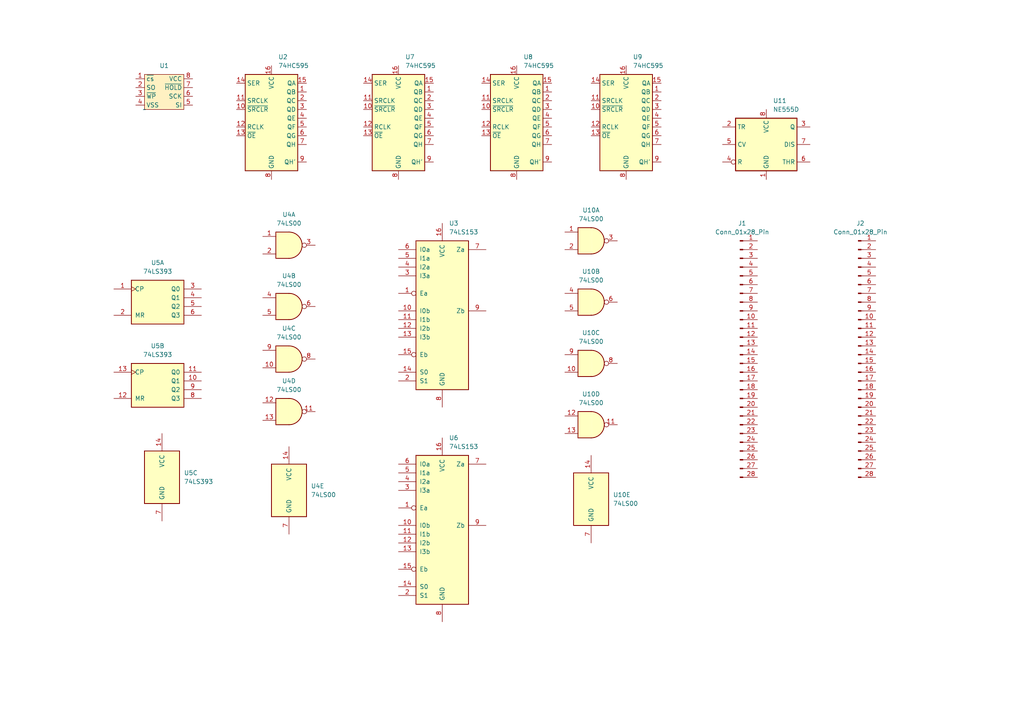
<source format=kicad_sch>
(kicad_sch (version 20230121) (generator eeschema)

  (uuid 99258d24-aeab-485c-9b42-14faaf5c3ccf)

  (paper "A4")

  (lib_symbols
    (symbol "74xx:74HC595" (in_bom yes) (on_board yes)
      (property "Reference" "U" (at -7.62 13.97 0)
        (effects (font (size 1.27 1.27)))
      )
      (property "Value" "74HC595" (at -7.62 -16.51 0)
        (effects (font (size 1.27 1.27)))
      )
      (property "Footprint" "" (at 0 0 0)
        (effects (font (size 1.27 1.27)) hide)
      )
      (property "Datasheet" "http://www.ti.com/lit/ds/symlink/sn74hc595.pdf" (at 0 0 0)
        (effects (font (size 1.27 1.27)) hide)
      )
      (property "ki_keywords" "HCMOS SR 3State" (at 0 0 0)
        (effects (font (size 1.27 1.27)) hide)
      )
      (property "ki_description" "8-bit serial in/out Shift Register 3-State Outputs" (at 0 0 0)
        (effects (font (size 1.27 1.27)) hide)
      )
      (property "ki_fp_filters" "DIP*W7.62mm* SOIC*3.9x9.9mm*P1.27mm* TSSOP*4.4x5mm*P0.65mm* SOIC*5.3x10.2mm*P1.27mm* SOIC*7.5x10.3mm*P1.27mm*" (at 0 0 0)
        (effects (font (size 1.27 1.27)) hide)
      )
      (symbol "74HC595_1_0"
        (pin tri_state line (at 10.16 7.62 180) (length 2.54)
          (name "QB" (effects (font (size 1.27 1.27))))
          (number "1" (effects (font (size 1.27 1.27))))
        )
        (pin input line (at -10.16 2.54 0) (length 2.54)
          (name "~{SRCLR}" (effects (font (size 1.27 1.27))))
          (number "10" (effects (font (size 1.27 1.27))))
        )
        (pin input line (at -10.16 5.08 0) (length 2.54)
          (name "SRCLK" (effects (font (size 1.27 1.27))))
          (number "11" (effects (font (size 1.27 1.27))))
        )
        (pin input line (at -10.16 -2.54 0) (length 2.54)
          (name "RCLK" (effects (font (size 1.27 1.27))))
          (number "12" (effects (font (size 1.27 1.27))))
        )
        (pin input line (at -10.16 -5.08 0) (length 2.54)
          (name "~{OE}" (effects (font (size 1.27 1.27))))
          (number "13" (effects (font (size 1.27 1.27))))
        )
        (pin input line (at -10.16 10.16 0) (length 2.54)
          (name "SER" (effects (font (size 1.27 1.27))))
          (number "14" (effects (font (size 1.27 1.27))))
        )
        (pin tri_state line (at 10.16 10.16 180) (length 2.54)
          (name "QA" (effects (font (size 1.27 1.27))))
          (number "15" (effects (font (size 1.27 1.27))))
        )
        (pin power_in line (at 0 15.24 270) (length 2.54)
          (name "VCC" (effects (font (size 1.27 1.27))))
          (number "16" (effects (font (size 1.27 1.27))))
        )
        (pin tri_state line (at 10.16 5.08 180) (length 2.54)
          (name "QC" (effects (font (size 1.27 1.27))))
          (number "2" (effects (font (size 1.27 1.27))))
        )
        (pin tri_state line (at 10.16 2.54 180) (length 2.54)
          (name "QD" (effects (font (size 1.27 1.27))))
          (number "3" (effects (font (size 1.27 1.27))))
        )
        (pin tri_state line (at 10.16 0 180) (length 2.54)
          (name "QE" (effects (font (size 1.27 1.27))))
          (number "4" (effects (font (size 1.27 1.27))))
        )
        (pin tri_state line (at 10.16 -2.54 180) (length 2.54)
          (name "QF" (effects (font (size 1.27 1.27))))
          (number "5" (effects (font (size 1.27 1.27))))
        )
        (pin tri_state line (at 10.16 -5.08 180) (length 2.54)
          (name "QG" (effects (font (size 1.27 1.27))))
          (number "6" (effects (font (size 1.27 1.27))))
        )
        (pin tri_state line (at 10.16 -7.62 180) (length 2.54)
          (name "QH" (effects (font (size 1.27 1.27))))
          (number "7" (effects (font (size 1.27 1.27))))
        )
        (pin power_in line (at 0 -17.78 90) (length 2.54)
          (name "GND" (effects (font (size 1.27 1.27))))
          (number "8" (effects (font (size 1.27 1.27))))
        )
        (pin output line (at 10.16 -12.7 180) (length 2.54)
          (name "QH'" (effects (font (size 1.27 1.27))))
          (number "9" (effects (font (size 1.27 1.27))))
        )
      )
      (symbol "74HC595_1_1"
        (rectangle (start -7.62 12.7) (end 7.62 -15.24)
          (stroke (width 0.254) (type default))
          (fill (type background))
        )
      )
    )
    (symbol "74xx:74LS00" (pin_names (offset 1.016)) (in_bom yes) (on_board yes)
      (property "Reference" "U" (at 0 1.27 0)
        (effects (font (size 1.27 1.27)))
      )
      (property "Value" "74LS00" (at 0 -1.27 0)
        (effects (font (size 1.27 1.27)))
      )
      (property "Footprint" "" (at 0 0 0)
        (effects (font (size 1.27 1.27)) hide)
      )
      (property "Datasheet" "http://www.ti.com/lit/gpn/sn74ls00" (at 0 0 0)
        (effects (font (size 1.27 1.27)) hide)
      )
      (property "ki_locked" "" (at 0 0 0)
        (effects (font (size 1.27 1.27)))
      )
      (property "ki_keywords" "TTL nand 2-input" (at 0 0 0)
        (effects (font (size 1.27 1.27)) hide)
      )
      (property "ki_description" "quad 2-input NAND gate" (at 0 0 0)
        (effects (font (size 1.27 1.27)) hide)
      )
      (property "ki_fp_filters" "DIP*W7.62mm* SO14*" (at 0 0 0)
        (effects (font (size 1.27 1.27)) hide)
      )
      (symbol "74LS00_1_1"
        (arc (start 0 -3.81) (mid 3.7934 0) (end 0 3.81)
          (stroke (width 0.254) (type default))
          (fill (type background))
        )
        (polyline
          (pts
            (xy 0 3.81)
            (xy -3.81 3.81)
            (xy -3.81 -3.81)
            (xy 0 -3.81)
          )
          (stroke (width 0.254) (type default))
          (fill (type background))
        )
        (pin input line (at -7.62 2.54 0) (length 3.81)
          (name "~" (effects (font (size 1.27 1.27))))
          (number "1" (effects (font (size 1.27 1.27))))
        )
        (pin input line (at -7.62 -2.54 0) (length 3.81)
          (name "~" (effects (font (size 1.27 1.27))))
          (number "2" (effects (font (size 1.27 1.27))))
        )
        (pin output inverted (at 7.62 0 180) (length 3.81)
          (name "~" (effects (font (size 1.27 1.27))))
          (number "3" (effects (font (size 1.27 1.27))))
        )
      )
      (symbol "74LS00_1_2"
        (arc (start -3.81 -3.81) (mid -2.589 0) (end -3.81 3.81)
          (stroke (width 0.254) (type default))
          (fill (type none))
        )
        (arc (start -0.6096 -3.81) (mid 2.1842 -2.5851) (end 3.81 0)
          (stroke (width 0.254) (type default))
          (fill (type background))
        )
        (polyline
          (pts
            (xy -3.81 -3.81)
            (xy -0.635 -3.81)
          )
          (stroke (width 0.254) (type default))
          (fill (type background))
        )
        (polyline
          (pts
            (xy -3.81 3.81)
            (xy -0.635 3.81)
          )
          (stroke (width 0.254) (type default))
          (fill (type background))
        )
        (polyline
          (pts
            (xy -0.635 3.81)
            (xy -3.81 3.81)
            (xy -3.81 3.81)
            (xy -3.556 3.4036)
            (xy -3.0226 2.2606)
            (xy -2.6924 1.0414)
            (xy -2.6162 -0.254)
            (xy -2.7686 -1.4986)
            (xy -3.175 -2.7178)
            (xy -3.81 -3.81)
            (xy -3.81 -3.81)
            (xy -0.635 -3.81)
          )
          (stroke (width -25.4) (type default))
          (fill (type background))
        )
        (arc (start 3.81 0) (mid 2.1915 2.5936) (end -0.6096 3.81)
          (stroke (width 0.254) (type default))
          (fill (type background))
        )
        (pin input inverted (at -7.62 2.54 0) (length 4.318)
          (name "~" (effects (font (size 1.27 1.27))))
          (number "1" (effects (font (size 1.27 1.27))))
        )
        (pin input inverted (at -7.62 -2.54 0) (length 4.318)
          (name "~" (effects (font (size 1.27 1.27))))
          (number "2" (effects (font (size 1.27 1.27))))
        )
        (pin output line (at 7.62 0 180) (length 3.81)
          (name "~" (effects (font (size 1.27 1.27))))
          (number "3" (effects (font (size 1.27 1.27))))
        )
      )
      (symbol "74LS00_2_1"
        (arc (start 0 -3.81) (mid 3.7934 0) (end 0 3.81)
          (stroke (width 0.254) (type default))
          (fill (type background))
        )
        (polyline
          (pts
            (xy 0 3.81)
            (xy -3.81 3.81)
            (xy -3.81 -3.81)
            (xy 0 -3.81)
          )
          (stroke (width 0.254) (type default))
          (fill (type background))
        )
        (pin input line (at -7.62 2.54 0) (length 3.81)
          (name "~" (effects (font (size 1.27 1.27))))
          (number "4" (effects (font (size 1.27 1.27))))
        )
        (pin input line (at -7.62 -2.54 0) (length 3.81)
          (name "~" (effects (font (size 1.27 1.27))))
          (number "5" (effects (font (size 1.27 1.27))))
        )
        (pin output inverted (at 7.62 0 180) (length 3.81)
          (name "~" (effects (font (size 1.27 1.27))))
          (number "6" (effects (font (size 1.27 1.27))))
        )
      )
      (symbol "74LS00_2_2"
        (arc (start -3.81 -3.81) (mid -2.589 0) (end -3.81 3.81)
          (stroke (width 0.254) (type default))
          (fill (type none))
        )
        (arc (start -0.6096 -3.81) (mid 2.1842 -2.5851) (end 3.81 0)
          (stroke (width 0.254) (type default))
          (fill (type background))
        )
        (polyline
          (pts
            (xy -3.81 -3.81)
            (xy -0.635 -3.81)
          )
          (stroke (width 0.254) (type default))
          (fill (type background))
        )
        (polyline
          (pts
            (xy -3.81 3.81)
            (xy -0.635 3.81)
          )
          (stroke (width 0.254) (type default))
          (fill (type background))
        )
        (polyline
          (pts
            (xy -0.635 3.81)
            (xy -3.81 3.81)
            (xy -3.81 3.81)
            (xy -3.556 3.4036)
            (xy -3.0226 2.2606)
            (xy -2.6924 1.0414)
            (xy -2.6162 -0.254)
            (xy -2.7686 -1.4986)
            (xy -3.175 -2.7178)
            (xy -3.81 -3.81)
            (xy -3.81 -3.81)
            (xy -0.635 -3.81)
          )
          (stroke (width -25.4) (type default))
          (fill (type background))
        )
        (arc (start 3.81 0) (mid 2.1915 2.5936) (end -0.6096 3.81)
          (stroke (width 0.254) (type default))
          (fill (type background))
        )
        (pin input inverted (at -7.62 2.54 0) (length 4.318)
          (name "~" (effects (font (size 1.27 1.27))))
          (number "4" (effects (font (size 1.27 1.27))))
        )
        (pin input inverted (at -7.62 -2.54 0) (length 4.318)
          (name "~" (effects (font (size 1.27 1.27))))
          (number "5" (effects (font (size 1.27 1.27))))
        )
        (pin output line (at 7.62 0 180) (length 3.81)
          (name "~" (effects (font (size 1.27 1.27))))
          (number "6" (effects (font (size 1.27 1.27))))
        )
      )
      (symbol "74LS00_3_1"
        (arc (start 0 -3.81) (mid 3.7934 0) (end 0 3.81)
          (stroke (width 0.254) (type default))
          (fill (type background))
        )
        (polyline
          (pts
            (xy 0 3.81)
            (xy -3.81 3.81)
            (xy -3.81 -3.81)
            (xy 0 -3.81)
          )
          (stroke (width 0.254) (type default))
          (fill (type background))
        )
        (pin input line (at -7.62 -2.54 0) (length 3.81)
          (name "~" (effects (font (size 1.27 1.27))))
          (number "10" (effects (font (size 1.27 1.27))))
        )
        (pin output inverted (at 7.62 0 180) (length 3.81)
          (name "~" (effects (font (size 1.27 1.27))))
          (number "8" (effects (font (size 1.27 1.27))))
        )
        (pin input line (at -7.62 2.54 0) (length 3.81)
          (name "~" (effects (font (size 1.27 1.27))))
          (number "9" (effects (font (size 1.27 1.27))))
        )
      )
      (symbol "74LS00_3_2"
        (arc (start -3.81 -3.81) (mid -2.589 0) (end -3.81 3.81)
          (stroke (width 0.254) (type default))
          (fill (type none))
        )
        (arc (start -0.6096 -3.81) (mid 2.1842 -2.5851) (end 3.81 0)
          (stroke (width 0.254) (type default))
          (fill (type background))
        )
        (polyline
          (pts
            (xy -3.81 -3.81)
            (xy -0.635 -3.81)
          )
          (stroke (width 0.254) (type default))
          (fill (type background))
        )
        (polyline
          (pts
            (xy -3.81 3.81)
            (xy -0.635 3.81)
          )
          (stroke (width 0.254) (type default))
          (fill (type background))
        )
        (polyline
          (pts
            (xy -0.635 3.81)
            (xy -3.81 3.81)
            (xy -3.81 3.81)
            (xy -3.556 3.4036)
            (xy -3.0226 2.2606)
            (xy -2.6924 1.0414)
            (xy -2.6162 -0.254)
            (xy -2.7686 -1.4986)
            (xy -3.175 -2.7178)
            (xy -3.81 -3.81)
            (xy -3.81 -3.81)
            (xy -0.635 -3.81)
          )
          (stroke (width -25.4) (type default))
          (fill (type background))
        )
        (arc (start 3.81 0) (mid 2.1915 2.5936) (end -0.6096 3.81)
          (stroke (width 0.254) (type default))
          (fill (type background))
        )
        (pin input inverted (at -7.62 -2.54 0) (length 4.318)
          (name "~" (effects (font (size 1.27 1.27))))
          (number "10" (effects (font (size 1.27 1.27))))
        )
        (pin output line (at 7.62 0 180) (length 3.81)
          (name "~" (effects (font (size 1.27 1.27))))
          (number "8" (effects (font (size 1.27 1.27))))
        )
        (pin input inverted (at -7.62 2.54 0) (length 4.318)
          (name "~" (effects (font (size 1.27 1.27))))
          (number "9" (effects (font (size 1.27 1.27))))
        )
      )
      (symbol "74LS00_4_1"
        (arc (start 0 -3.81) (mid 3.7934 0) (end 0 3.81)
          (stroke (width 0.254) (type default))
          (fill (type background))
        )
        (polyline
          (pts
            (xy 0 3.81)
            (xy -3.81 3.81)
            (xy -3.81 -3.81)
            (xy 0 -3.81)
          )
          (stroke (width 0.254) (type default))
          (fill (type background))
        )
        (pin output inverted (at 7.62 0 180) (length 3.81)
          (name "~" (effects (font (size 1.27 1.27))))
          (number "11" (effects (font (size 1.27 1.27))))
        )
        (pin input line (at -7.62 2.54 0) (length 3.81)
          (name "~" (effects (font (size 1.27 1.27))))
          (number "12" (effects (font (size 1.27 1.27))))
        )
        (pin input line (at -7.62 -2.54 0) (length 3.81)
          (name "~" (effects (font (size 1.27 1.27))))
          (number "13" (effects (font (size 1.27 1.27))))
        )
      )
      (symbol "74LS00_4_2"
        (arc (start -3.81 -3.81) (mid -2.589 0) (end -3.81 3.81)
          (stroke (width 0.254) (type default))
          (fill (type none))
        )
        (arc (start -0.6096 -3.81) (mid 2.1842 -2.5851) (end 3.81 0)
          (stroke (width 0.254) (type default))
          (fill (type background))
        )
        (polyline
          (pts
            (xy -3.81 -3.81)
            (xy -0.635 -3.81)
          )
          (stroke (width 0.254) (type default))
          (fill (type background))
        )
        (polyline
          (pts
            (xy -3.81 3.81)
            (xy -0.635 3.81)
          )
          (stroke (width 0.254) (type default))
          (fill (type background))
        )
        (polyline
          (pts
            (xy -0.635 3.81)
            (xy -3.81 3.81)
            (xy -3.81 3.81)
            (xy -3.556 3.4036)
            (xy -3.0226 2.2606)
            (xy -2.6924 1.0414)
            (xy -2.6162 -0.254)
            (xy -2.7686 -1.4986)
            (xy -3.175 -2.7178)
            (xy -3.81 -3.81)
            (xy -3.81 -3.81)
            (xy -0.635 -3.81)
          )
          (stroke (width -25.4) (type default))
          (fill (type background))
        )
        (arc (start 3.81 0) (mid 2.1915 2.5936) (end -0.6096 3.81)
          (stroke (width 0.254) (type default))
          (fill (type background))
        )
        (pin output line (at 7.62 0 180) (length 3.81)
          (name "~" (effects (font (size 1.27 1.27))))
          (number "11" (effects (font (size 1.27 1.27))))
        )
        (pin input inverted (at -7.62 2.54 0) (length 4.318)
          (name "~" (effects (font (size 1.27 1.27))))
          (number "12" (effects (font (size 1.27 1.27))))
        )
        (pin input inverted (at -7.62 -2.54 0) (length 4.318)
          (name "~" (effects (font (size 1.27 1.27))))
          (number "13" (effects (font (size 1.27 1.27))))
        )
      )
      (symbol "74LS00_5_0"
        (pin power_in line (at 0 12.7 270) (length 5.08)
          (name "VCC" (effects (font (size 1.27 1.27))))
          (number "14" (effects (font (size 1.27 1.27))))
        )
        (pin power_in line (at 0 -12.7 90) (length 5.08)
          (name "GND" (effects (font (size 1.27 1.27))))
          (number "7" (effects (font (size 1.27 1.27))))
        )
      )
      (symbol "74LS00_5_1"
        (rectangle (start -5.08 7.62) (end 5.08 -7.62)
          (stroke (width 0.254) (type default))
          (fill (type background))
        )
      )
    )
    (symbol "74xx:74LS153" (pin_names (offset 1.016)) (in_bom yes) (on_board yes)
      (property "Reference" "U" (at -7.62 21.59 0)
        (effects (font (size 1.27 1.27)))
      )
      (property "Value" "74LS153" (at -7.62 -24.13 0)
        (effects (font (size 1.27 1.27)))
      )
      (property "Footprint" "" (at 0 0 0)
        (effects (font (size 1.27 1.27)) hide)
      )
      (property "Datasheet" "http://www.ti.com/lit/gpn/sn74LS153" (at 0 0 0)
        (effects (font (size 1.27 1.27)) hide)
      )
      (property "ki_locked" "" (at 0 0 0)
        (effects (font (size 1.27 1.27)))
      )
      (property "ki_keywords" "TTL Mux4" (at 0 0 0)
        (effects (font (size 1.27 1.27)) hide)
      )
      (property "ki_description" "Dual Multiplexer 4 to 1" (at 0 0 0)
        (effects (font (size 1.27 1.27)) hide)
      )
      (property "ki_fp_filters" "DIP?16*" (at 0 0 0)
        (effects (font (size 1.27 1.27)) hide)
      )
      (symbol "74LS153_1_0"
        (pin input inverted (at -12.7 5.08 0) (length 5.08)
          (name "Ea" (effects (font (size 1.27 1.27))))
          (number "1" (effects (font (size 1.27 1.27))))
        )
        (pin input line (at -12.7 0 0) (length 5.08)
          (name "I0b" (effects (font (size 1.27 1.27))))
          (number "10" (effects (font (size 1.27 1.27))))
        )
        (pin input line (at -12.7 -2.54 0) (length 5.08)
          (name "I1b" (effects (font (size 1.27 1.27))))
          (number "11" (effects (font (size 1.27 1.27))))
        )
        (pin input line (at -12.7 -5.08 0) (length 5.08)
          (name "I2b" (effects (font (size 1.27 1.27))))
          (number "12" (effects (font (size 1.27 1.27))))
        )
        (pin input line (at -12.7 -7.62 0) (length 5.08)
          (name "I3b" (effects (font (size 1.27 1.27))))
          (number "13" (effects (font (size 1.27 1.27))))
        )
        (pin input line (at -12.7 -17.78 0) (length 5.08)
          (name "S0" (effects (font (size 1.27 1.27))))
          (number "14" (effects (font (size 1.27 1.27))))
        )
        (pin input inverted (at -12.7 -12.7 0) (length 5.08)
          (name "Eb" (effects (font (size 1.27 1.27))))
          (number "15" (effects (font (size 1.27 1.27))))
        )
        (pin power_in line (at 0 25.4 270) (length 5.08)
          (name "VCC" (effects (font (size 1.27 1.27))))
          (number "16" (effects (font (size 1.27 1.27))))
        )
        (pin input line (at -12.7 -20.32 0) (length 5.08)
          (name "S1" (effects (font (size 1.27 1.27))))
          (number "2" (effects (font (size 1.27 1.27))))
        )
        (pin input line (at -12.7 10.16 0) (length 5.08)
          (name "I3a" (effects (font (size 1.27 1.27))))
          (number "3" (effects (font (size 1.27 1.27))))
        )
        (pin input line (at -12.7 12.7 0) (length 5.08)
          (name "I2a" (effects (font (size 1.27 1.27))))
          (number "4" (effects (font (size 1.27 1.27))))
        )
        (pin input line (at -12.7 15.24 0) (length 5.08)
          (name "I1a" (effects (font (size 1.27 1.27))))
          (number "5" (effects (font (size 1.27 1.27))))
        )
        (pin input line (at -12.7 17.78 0) (length 5.08)
          (name "I0a" (effects (font (size 1.27 1.27))))
          (number "6" (effects (font (size 1.27 1.27))))
        )
        (pin output line (at 12.7 17.78 180) (length 5.08)
          (name "Za" (effects (font (size 1.27 1.27))))
          (number "7" (effects (font (size 1.27 1.27))))
        )
        (pin power_in line (at 0 -27.94 90) (length 5.08)
          (name "GND" (effects (font (size 1.27 1.27))))
          (number "8" (effects (font (size 1.27 1.27))))
        )
        (pin output line (at 12.7 0 180) (length 5.08)
          (name "Zb" (effects (font (size 1.27 1.27))))
          (number "9" (effects (font (size 1.27 1.27))))
        )
      )
      (symbol "74LS153_1_1"
        (rectangle (start -7.62 20.32) (end 7.62 -22.86)
          (stroke (width 0.254) (type default))
          (fill (type background))
        )
      )
    )
    (symbol "74xx:74LS393" (pin_names (offset 1.016)) (in_bom yes) (on_board yes)
      (property "Reference" "U" (at -7.62 8.89 0)
        (effects (font (size 1.27 1.27)))
      )
      (property "Value" "74LS393" (at -7.62 -8.89 0)
        (effects (font (size 1.27 1.27)))
      )
      (property "Footprint" "" (at 0 0 0)
        (effects (font (size 1.27 1.27)) hide)
      )
      (property "Datasheet" "74xx\\74LS393.pdf" (at 0 0 0)
        (effects (font (size 1.27 1.27)) hide)
      )
      (property "ki_locked" "" (at 0 0 0)
        (effects (font (size 1.27 1.27)))
      )
      (property "ki_keywords" "TTL CNT CNT4" (at 0 0 0)
        (effects (font (size 1.27 1.27)) hide)
      )
      (property "ki_description" "Dual BCD 4-bit counter" (at 0 0 0)
        (effects (font (size 1.27 1.27)) hide)
      )
      (property "ki_fp_filters" "DIP*W7.62mm*" (at 0 0 0)
        (effects (font (size 1.27 1.27)) hide)
      )
      (symbol "74LS393_1_0"
        (pin input clock (at -12.7 2.54 0) (length 5.08)
          (name "CP" (effects (font (size 1.27 1.27))))
          (number "1" (effects (font (size 1.27 1.27))))
        )
        (pin input line (at -12.7 -5.08 0) (length 5.08)
          (name "MR" (effects (font (size 1.27 1.27))))
          (number "2" (effects (font (size 1.27 1.27))))
        )
        (pin output line (at 12.7 2.54 180) (length 5.08)
          (name "Q0" (effects (font (size 1.27 1.27))))
          (number "3" (effects (font (size 1.27 1.27))))
        )
        (pin output line (at 12.7 0 180) (length 5.08)
          (name "Q1" (effects (font (size 1.27 1.27))))
          (number "4" (effects (font (size 1.27 1.27))))
        )
        (pin output line (at 12.7 -2.54 180) (length 5.08)
          (name "Q2" (effects (font (size 1.27 1.27))))
          (number "5" (effects (font (size 1.27 1.27))))
        )
        (pin output line (at 12.7 -5.08 180) (length 5.08)
          (name "Q3" (effects (font (size 1.27 1.27))))
          (number "6" (effects (font (size 1.27 1.27))))
        )
      )
      (symbol "74LS393_1_1"
        (rectangle (start -7.62 5.08) (end 7.62 -7.62)
          (stroke (width 0.254) (type default))
          (fill (type background))
        )
      )
      (symbol "74LS393_2_0"
        (pin output line (at 12.7 0 180) (length 5.08)
          (name "Q1" (effects (font (size 1.27 1.27))))
          (number "10" (effects (font (size 1.27 1.27))))
        )
        (pin output line (at 12.7 2.54 180) (length 5.08)
          (name "Q0" (effects (font (size 1.27 1.27))))
          (number "11" (effects (font (size 1.27 1.27))))
        )
        (pin input line (at -12.7 -5.08 0) (length 5.08)
          (name "MR" (effects (font (size 1.27 1.27))))
          (number "12" (effects (font (size 1.27 1.27))))
        )
        (pin input clock (at -12.7 2.54 0) (length 5.08)
          (name "CP" (effects (font (size 1.27 1.27))))
          (number "13" (effects (font (size 1.27 1.27))))
        )
        (pin output line (at 12.7 -5.08 180) (length 5.08)
          (name "Q3" (effects (font (size 1.27 1.27))))
          (number "8" (effects (font (size 1.27 1.27))))
        )
        (pin output line (at 12.7 -2.54 180) (length 5.08)
          (name "Q2" (effects (font (size 1.27 1.27))))
          (number "9" (effects (font (size 1.27 1.27))))
        )
      )
      (symbol "74LS393_2_1"
        (rectangle (start -7.62 5.08) (end 7.62 -7.62)
          (stroke (width 0.254) (type default))
          (fill (type background))
        )
      )
      (symbol "74LS393_3_0"
        (pin power_in line (at 0 12.7 270) (length 5.08)
          (name "VCC" (effects (font (size 1.27 1.27))))
          (number "14" (effects (font (size 1.27 1.27))))
        )
        (pin power_in line (at 0 -12.7 90) (length 5.08)
          (name "GND" (effects (font (size 1.27 1.27))))
          (number "7" (effects (font (size 1.27 1.27))))
        )
      )
      (symbol "74LS393_3_1"
        (rectangle (start -5.08 7.62) (end 5.08 -7.62)
          (stroke (width 0.254) (type default))
          (fill (type background))
        )
      )
    )
    (symbol "Connector:Conn_01x28_Pin" (pin_names (offset 1.016) hide) (in_bom yes) (on_board yes)
      (property "Reference" "J" (at 0 35.56 0)
        (effects (font (size 1.27 1.27)))
      )
      (property "Value" "Conn_01x28_Pin" (at 0 -38.1 0)
        (effects (font (size 1.27 1.27)))
      )
      (property "Footprint" "" (at 0 0 0)
        (effects (font (size 1.27 1.27)) hide)
      )
      (property "Datasheet" "~" (at 0 0 0)
        (effects (font (size 1.27 1.27)) hide)
      )
      (property "ki_locked" "" (at 0 0 0)
        (effects (font (size 1.27 1.27)))
      )
      (property "ki_keywords" "connector" (at 0 0 0)
        (effects (font (size 1.27 1.27)) hide)
      )
      (property "ki_description" "Generic connector, single row, 01x28, script generated" (at 0 0 0)
        (effects (font (size 1.27 1.27)) hide)
      )
      (property "ki_fp_filters" "Connector*:*_1x??_*" (at 0 0 0)
        (effects (font (size 1.27 1.27)) hide)
      )
      (symbol "Conn_01x28_Pin_1_1"
        (polyline
          (pts
            (xy 1.27 -35.56)
            (xy 0.8636 -35.56)
          )
          (stroke (width 0.1524) (type default))
          (fill (type none))
        )
        (polyline
          (pts
            (xy 1.27 -33.02)
            (xy 0.8636 -33.02)
          )
          (stroke (width 0.1524) (type default))
          (fill (type none))
        )
        (polyline
          (pts
            (xy 1.27 -30.48)
            (xy 0.8636 -30.48)
          )
          (stroke (width 0.1524) (type default))
          (fill (type none))
        )
        (polyline
          (pts
            (xy 1.27 -27.94)
            (xy 0.8636 -27.94)
          )
          (stroke (width 0.1524) (type default))
          (fill (type none))
        )
        (polyline
          (pts
            (xy 1.27 -25.4)
            (xy 0.8636 -25.4)
          )
          (stroke (width 0.1524) (type default))
          (fill (type none))
        )
        (polyline
          (pts
            (xy 1.27 -22.86)
            (xy 0.8636 -22.86)
          )
          (stroke (width 0.1524) (type default))
          (fill (type none))
        )
        (polyline
          (pts
            (xy 1.27 -20.32)
            (xy 0.8636 -20.32)
          )
          (stroke (width 0.1524) (type default))
          (fill (type none))
        )
        (polyline
          (pts
            (xy 1.27 -17.78)
            (xy 0.8636 -17.78)
          )
          (stroke (width 0.1524) (type default))
          (fill (type none))
        )
        (polyline
          (pts
            (xy 1.27 -15.24)
            (xy 0.8636 -15.24)
          )
          (stroke (width 0.1524) (type default))
          (fill (type none))
        )
        (polyline
          (pts
            (xy 1.27 -12.7)
            (xy 0.8636 -12.7)
          )
          (stroke (width 0.1524) (type default))
          (fill (type none))
        )
        (polyline
          (pts
            (xy 1.27 -10.16)
            (xy 0.8636 -10.16)
          )
          (stroke (width 0.1524) (type default))
          (fill (type none))
        )
        (polyline
          (pts
            (xy 1.27 -7.62)
            (xy 0.8636 -7.62)
          )
          (stroke (width 0.1524) (type default))
          (fill (type none))
        )
        (polyline
          (pts
            (xy 1.27 -5.08)
            (xy 0.8636 -5.08)
          )
          (stroke (width 0.1524) (type default))
          (fill (type none))
        )
        (polyline
          (pts
            (xy 1.27 -2.54)
            (xy 0.8636 -2.54)
          )
          (stroke (width 0.1524) (type default))
          (fill (type none))
        )
        (polyline
          (pts
            (xy 1.27 0)
            (xy 0.8636 0)
          )
          (stroke (width 0.1524) (type default))
          (fill (type none))
        )
        (polyline
          (pts
            (xy 1.27 2.54)
            (xy 0.8636 2.54)
          )
          (stroke (width 0.1524) (type default))
          (fill (type none))
        )
        (polyline
          (pts
            (xy 1.27 5.08)
            (xy 0.8636 5.08)
          )
          (stroke (width 0.1524) (type default))
          (fill (type none))
        )
        (polyline
          (pts
            (xy 1.27 7.62)
            (xy 0.8636 7.62)
          )
          (stroke (width 0.1524) (type default))
          (fill (type none))
        )
        (polyline
          (pts
            (xy 1.27 10.16)
            (xy 0.8636 10.16)
          )
          (stroke (width 0.1524) (type default))
          (fill (type none))
        )
        (polyline
          (pts
            (xy 1.27 12.7)
            (xy 0.8636 12.7)
          )
          (stroke (width 0.1524) (type default))
          (fill (type none))
        )
        (polyline
          (pts
            (xy 1.27 15.24)
            (xy 0.8636 15.24)
          )
          (stroke (width 0.1524) (type default))
          (fill (type none))
        )
        (polyline
          (pts
            (xy 1.27 17.78)
            (xy 0.8636 17.78)
          )
          (stroke (width 0.1524) (type default))
          (fill (type none))
        )
        (polyline
          (pts
            (xy 1.27 20.32)
            (xy 0.8636 20.32)
          )
          (stroke (width 0.1524) (type default))
          (fill (type none))
        )
        (polyline
          (pts
            (xy 1.27 22.86)
            (xy 0.8636 22.86)
          )
          (stroke (width 0.1524) (type default))
          (fill (type none))
        )
        (polyline
          (pts
            (xy 1.27 25.4)
            (xy 0.8636 25.4)
          )
          (stroke (width 0.1524) (type default))
          (fill (type none))
        )
        (polyline
          (pts
            (xy 1.27 27.94)
            (xy 0.8636 27.94)
          )
          (stroke (width 0.1524) (type default))
          (fill (type none))
        )
        (polyline
          (pts
            (xy 1.27 30.48)
            (xy 0.8636 30.48)
          )
          (stroke (width 0.1524) (type default))
          (fill (type none))
        )
        (polyline
          (pts
            (xy 1.27 33.02)
            (xy 0.8636 33.02)
          )
          (stroke (width 0.1524) (type default))
          (fill (type none))
        )
        (rectangle (start 0.8636 -35.433) (end 0 -35.687)
          (stroke (width 0.1524) (type default))
          (fill (type outline))
        )
        (rectangle (start 0.8636 -32.893) (end 0 -33.147)
          (stroke (width 0.1524) (type default))
          (fill (type outline))
        )
        (rectangle (start 0.8636 -30.353) (end 0 -30.607)
          (stroke (width 0.1524) (type default))
          (fill (type outline))
        )
        (rectangle (start 0.8636 -27.813) (end 0 -28.067)
          (stroke (width 0.1524) (type default))
          (fill (type outline))
        )
        (rectangle (start 0.8636 -25.273) (end 0 -25.527)
          (stroke (width 0.1524) (type default))
          (fill (type outline))
        )
        (rectangle (start 0.8636 -22.733) (end 0 -22.987)
          (stroke (width 0.1524) (type default))
          (fill (type outline))
        )
        (rectangle (start 0.8636 -20.193) (end 0 -20.447)
          (stroke (width 0.1524) (type default))
          (fill (type outline))
        )
        (rectangle (start 0.8636 -17.653) (end 0 -17.907)
          (stroke (width 0.1524) (type default))
          (fill (type outline))
        )
        (rectangle (start 0.8636 -15.113) (end 0 -15.367)
          (stroke (width 0.1524) (type default))
          (fill (type outline))
        )
        (rectangle (start 0.8636 -12.573) (end 0 -12.827)
          (stroke (width 0.1524) (type default))
          (fill (type outline))
        )
        (rectangle (start 0.8636 -10.033) (end 0 -10.287)
          (stroke (width 0.1524) (type default))
          (fill (type outline))
        )
        (rectangle (start 0.8636 -7.493) (end 0 -7.747)
          (stroke (width 0.1524) (type default))
          (fill (type outline))
        )
        (rectangle (start 0.8636 -4.953) (end 0 -5.207)
          (stroke (width 0.1524) (type default))
          (fill (type outline))
        )
        (rectangle (start 0.8636 -2.413) (end 0 -2.667)
          (stroke (width 0.1524) (type default))
          (fill (type outline))
        )
        (rectangle (start 0.8636 0.127) (end 0 -0.127)
          (stroke (width 0.1524) (type default))
          (fill (type outline))
        )
        (rectangle (start 0.8636 2.667) (end 0 2.413)
          (stroke (width 0.1524) (type default))
          (fill (type outline))
        )
        (rectangle (start 0.8636 5.207) (end 0 4.953)
          (stroke (width 0.1524) (type default))
          (fill (type outline))
        )
        (rectangle (start 0.8636 7.747) (end 0 7.493)
          (stroke (width 0.1524) (type default))
          (fill (type outline))
        )
        (rectangle (start 0.8636 10.287) (end 0 10.033)
          (stroke (width 0.1524) (type default))
          (fill (type outline))
        )
        (rectangle (start 0.8636 12.827) (end 0 12.573)
          (stroke (width 0.1524) (type default))
          (fill (type outline))
        )
        (rectangle (start 0.8636 15.367) (end 0 15.113)
          (stroke (width 0.1524) (type default))
          (fill (type outline))
        )
        (rectangle (start 0.8636 17.907) (end 0 17.653)
          (stroke (width 0.1524) (type default))
          (fill (type outline))
        )
        (rectangle (start 0.8636 20.447) (end 0 20.193)
          (stroke (width 0.1524) (type default))
          (fill (type outline))
        )
        (rectangle (start 0.8636 22.987) (end 0 22.733)
          (stroke (width 0.1524) (type default))
          (fill (type outline))
        )
        (rectangle (start 0.8636 25.527) (end 0 25.273)
          (stroke (width 0.1524) (type default))
          (fill (type outline))
        )
        (rectangle (start 0.8636 28.067) (end 0 27.813)
          (stroke (width 0.1524) (type default))
          (fill (type outline))
        )
        (rectangle (start 0.8636 30.607) (end 0 30.353)
          (stroke (width 0.1524) (type default))
          (fill (type outline))
        )
        (rectangle (start 0.8636 33.147) (end 0 32.893)
          (stroke (width 0.1524) (type default))
          (fill (type outline))
        )
        (pin passive line (at 5.08 33.02 180) (length 3.81)
          (name "Pin_1" (effects (font (size 1.27 1.27))))
          (number "1" (effects (font (size 1.27 1.27))))
        )
        (pin passive line (at 5.08 10.16 180) (length 3.81)
          (name "Pin_10" (effects (font (size 1.27 1.27))))
          (number "10" (effects (font (size 1.27 1.27))))
        )
        (pin passive line (at 5.08 7.62 180) (length 3.81)
          (name "Pin_11" (effects (font (size 1.27 1.27))))
          (number "11" (effects (font (size 1.27 1.27))))
        )
        (pin passive line (at 5.08 5.08 180) (length 3.81)
          (name "Pin_12" (effects (font (size 1.27 1.27))))
          (number "12" (effects (font (size 1.27 1.27))))
        )
        (pin passive line (at 5.08 2.54 180) (length 3.81)
          (name "Pin_13" (effects (font (size 1.27 1.27))))
          (number "13" (effects (font (size 1.27 1.27))))
        )
        (pin passive line (at 5.08 0 180) (length 3.81)
          (name "Pin_14" (effects (font (size 1.27 1.27))))
          (number "14" (effects (font (size 1.27 1.27))))
        )
        (pin passive line (at 5.08 -2.54 180) (length 3.81)
          (name "Pin_15" (effects (font (size 1.27 1.27))))
          (number "15" (effects (font (size 1.27 1.27))))
        )
        (pin passive line (at 5.08 -5.08 180) (length 3.81)
          (name "Pin_16" (effects (font (size 1.27 1.27))))
          (number "16" (effects (font (size 1.27 1.27))))
        )
        (pin passive line (at 5.08 -7.62 180) (length 3.81)
          (name "Pin_17" (effects (font (size 1.27 1.27))))
          (number "17" (effects (font (size 1.27 1.27))))
        )
        (pin passive line (at 5.08 -10.16 180) (length 3.81)
          (name "Pin_18" (effects (font (size 1.27 1.27))))
          (number "18" (effects (font (size 1.27 1.27))))
        )
        (pin passive line (at 5.08 -12.7 180) (length 3.81)
          (name "Pin_19" (effects (font (size 1.27 1.27))))
          (number "19" (effects (font (size 1.27 1.27))))
        )
        (pin passive line (at 5.08 30.48 180) (length 3.81)
          (name "Pin_2" (effects (font (size 1.27 1.27))))
          (number "2" (effects (font (size 1.27 1.27))))
        )
        (pin passive line (at 5.08 -15.24 180) (length 3.81)
          (name "Pin_20" (effects (font (size 1.27 1.27))))
          (number "20" (effects (font (size 1.27 1.27))))
        )
        (pin passive line (at 5.08 -17.78 180) (length 3.81)
          (name "Pin_21" (effects (font (size 1.27 1.27))))
          (number "21" (effects (font (size 1.27 1.27))))
        )
        (pin passive line (at 5.08 -20.32 180) (length 3.81)
          (name "Pin_22" (effects (font (size 1.27 1.27))))
          (number "22" (effects (font (size 1.27 1.27))))
        )
        (pin passive line (at 5.08 -22.86 180) (length 3.81)
          (name "Pin_23" (effects (font (size 1.27 1.27))))
          (number "23" (effects (font (size 1.27 1.27))))
        )
        (pin passive line (at 5.08 -25.4 180) (length 3.81)
          (name "Pin_24" (effects (font (size 1.27 1.27))))
          (number "24" (effects (font (size 1.27 1.27))))
        )
        (pin passive line (at 5.08 -27.94 180) (length 3.81)
          (name "Pin_25" (effects (font (size 1.27 1.27))))
          (number "25" (effects (font (size 1.27 1.27))))
        )
        (pin passive line (at 5.08 -30.48 180) (length 3.81)
          (name "Pin_26" (effects (font (size 1.27 1.27))))
          (number "26" (effects (font (size 1.27 1.27))))
        )
        (pin passive line (at 5.08 -33.02 180) (length 3.81)
          (name "Pin_27" (effects (font (size 1.27 1.27))))
          (number "27" (effects (font (size 1.27 1.27))))
        )
        (pin passive line (at 5.08 -35.56 180) (length 3.81)
          (name "Pin_28" (effects (font (size 1.27 1.27))))
          (number "28" (effects (font (size 1.27 1.27))))
        )
        (pin passive line (at 5.08 27.94 180) (length 3.81)
          (name "Pin_3" (effects (font (size 1.27 1.27))))
          (number "3" (effects (font (size 1.27 1.27))))
        )
        (pin passive line (at 5.08 25.4 180) (length 3.81)
          (name "Pin_4" (effects (font (size 1.27 1.27))))
          (number "4" (effects (font (size 1.27 1.27))))
        )
        (pin passive line (at 5.08 22.86 180) (length 3.81)
          (name "Pin_5" (effects (font (size 1.27 1.27))))
          (number "5" (effects (font (size 1.27 1.27))))
        )
        (pin passive line (at 5.08 20.32 180) (length 3.81)
          (name "Pin_6" (effects (font (size 1.27 1.27))))
          (number "6" (effects (font (size 1.27 1.27))))
        )
        (pin passive line (at 5.08 17.78 180) (length 3.81)
          (name "Pin_7" (effects (font (size 1.27 1.27))))
          (number "7" (effects (font (size 1.27 1.27))))
        )
        (pin passive line (at 5.08 15.24 180) (length 3.81)
          (name "Pin_8" (effects (font (size 1.27 1.27))))
          (number "8" (effects (font (size 1.27 1.27))))
        )
        (pin passive line (at 5.08 12.7 180) (length 3.81)
          (name "Pin_9" (effects (font (size 1.27 1.27))))
          (number "9" (effects (font (size 1.27 1.27))))
        )
      )
    )
    (symbol "Timer:NE555D" (in_bom yes) (on_board yes)
      (property "Reference" "U" (at -10.16 8.89 0)
        (effects (font (size 1.27 1.27)) (justify left))
      )
      (property "Value" "NE555D" (at 2.54 8.89 0)
        (effects (font (size 1.27 1.27)) (justify left))
      )
      (property "Footprint" "Package_SO:SOIC-8_3.9x4.9mm_P1.27mm" (at 21.59 -10.16 0)
        (effects (font (size 1.27 1.27)) hide)
      )
      (property "Datasheet" "http://www.ti.com/lit/ds/symlink/ne555.pdf" (at 21.59 -10.16 0)
        (effects (font (size 1.27 1.27)) hide)
      )
      (property "ki_keywords" "single timer 555" (at 0 0 0)
        (effects (font (size 1.27 1.27)) hide)
      )
      (property "ki_description" "Precision Timers, 555 compatible, SOIC-8" (at 0 0 0)
        (effects (font (size 1.27 1.27)) hide)
      )
      (property "ki_fp_filters" "SOIC*3.9x4.9mm*P1.27mm*" (at 0 0 0)
        (effects (font (size 1.27 1.27)) hide)
      )
      (symbol "NE555D_0_0"
        (pin power_in line (at 0 -10.16 90) (length 2.54)
          (name "GND" (effects (font (size 1.27 1.27))))
          (number "1" (effects (font (size 1.27 1.27))))
        )
        (pin power_in line (at 0 10.16 270) (length 2.54)
          (name "VCC" (effects (font (size 1.27 1.27))))
          (number "8" (effects (font (size 1.27 1.27))))
        )
      )
      (symbol "NE555D_0_1"
        (rectangle (start -8.89 -7.62) (end 8.89 7.62)
          (stroke (width 0.254) (type default))
          (fill (type background))
        )
        (rectangle (start -8.89 -7.62) (end 8.89 7.62)
          (stroke (width 0.254) (type default))
          (fill (type background))
        )
      )
      (symbol "NE555D_1_1"
        (pin input line (at -12.7 5.08 0) (length 3.81)
          (name "TR" (effects (font (size 1.27 1.27))))
          (number "2" (effects (font (size 1.27 1.27))))
        )
        (pin output line (at 12.7 5.08 180) (length 3.81)
          (name "Q" (effects (font (size 1.27 1.27))))
          (number "3" (effects (font (size 1.27 1.27))))
        )
        (pin input inverted (at -12.7 -5.08 0) (length 3.81)
          (name "R" (effects (font (size 1.27 1.27))))
          (number "4" (effects (font (size 1.27 1.27))))
        )
        (pin input line (at -12.7 0 0) (length 3.81)
          (name "CV" (effects (font (size 1.27 1.27))))
          (number "5" (effects (font (size 1.27 1.27))))
        )
        (pin input line (at 12.7 -5.08 180) (length 3.81)
          (name "THR" (effects (font (size 1.27 1.27))))
          (number "6" (effects (font (size 1.27 1.27))))
        )
        (pin input line (at 12.7 0 180) (length 3.81)
          (name "DIS" (effects (font (size 1.27 1.27))))
          (number "7" (effects (font (size 1.27 1.27))))
        )
      )
    )
    (symbol "my parts:25aa1024" (in_bom yes) (on_board yes)
      (property "Reference" "U1" (at 5.715 12.7 0)
        (effects (font (size 1.27 1.27)))
      )
      (property "Value" "~" (at 0 0 0)
        (effects (font (size 1.27 1.27)))
      )
      (property "Footprint" "" (at 0 0 0)
        (effects (font (size 1.27 1.27)) hide)
      )
      (property "Datasheet" "" (at 0 0 0)
        (effects (font (size 1.27 1.27)) hide)
      )
      (symbol "25aa1024_1_1"
        (rectangle (start 0 10.16) (end 11.43 0)
          (stroke (width 0) (type default))
          (fill (type color) (color 255 241 194 1))
        )
        (pin input line (at -2.54 8.89 0) (length 2.54)
          (name "~{cs}" (effects (font (size 1.27 1.27))))
          (number "1" (effects (font (size 1.27 1.27))))
        )
        (pin output line (at -2.54 6.35 0) (length 2.54)
          (name "SO" (effects (font (size 1.27 1.27))))
          (number "2" (effects (font (size 1.27 1.27))))
        )
        (pin input line (at -2.54 3.81 0) (length 2.54)
          (name "~{WP}" (effects (font (size 1.27 1.27))))
          (number "3" (effects (font (size 1.27 1.27))))
        )
        (pin power_out line (at -2.54 1.27 0) (length 2.54)
          (name "VSS" (effects (font (size 1.27 1.27))))
          (number "4" (effects (font (size 1.27 1.27))))
        )
        (pin input line (at 13.97 1.27 180) (length 2.54)
          (name "SI" (effects (font (size 1.27 1.27))))
          (number "5" (effects (font (size 1.27 1.27))))
        )
        (pin input line (at 13.97 3.81 180) (length 2.54)
          (name "SCK" (effects (font (size 1.27 1.27))))
          (number "6" (effects (font (size 1.27 1.27))))
        )
        (pin input line (at 13.97 6.35 180) (length 2.54)
          (name "~{HOLD}" (effects (font (size 1.27 1.27))))
          (number "7" (effects (font (size 1.27 1.27))))
        )
        (pin power_in line (at 13.97 8.89 180) (length 2.54)
          (name "VCC" (effects (font (size 1.27 1.27))))
          (number "8" (effects (font (size 1.27 1.27))))
        )
      )
    )
  )


  (symbol (lib_id "74xx:74HC595") (at 181.61 34.29 0) (unit 1)
    (in_bom yes) (on_board yes) (dnp no) (fields_autoplaced)
    (uuid 05135e47-92f1-4b30-805a-67c9fd53945a)
    (property "Reference" "U9" (at 183.5659 16.51 0)
      (effects (font (size 1.27 1.27)) (justify left))
    )
    (property "Value" "74HC595" (at 183.5659 19.05 0)
      (effects (font (size 1.27 1.27)) (justify left))
    )
    (property "Footprint" "Package_SO:SOIC-16_3.9x9.9mm_P1.27mm" (at 181.61 34.29 0)
      (effects (font (size 1.27 1.27)) hide)
    )
    (property "Datasheet" "http://www.ti.com/lit/ds/symlink/sn74hc595.pdf" (at 181.61 34.29 0)
      (effects (font (size 1.27 1.27)) hide)
    )
    (pin "1" (uuid 4451350f-2d95-422c-9b92-3d90c53c5ea5))
    (pin "10" (uuid f3ef516c-e1ec-414c-926d-0a7ae295d093))
    (pin "11" (uuid cff79ddf-d6dc-45c8-ab06-1a917d961b6a))
    (pin "12" (uuid 7b45c1dc-7088-4365-a97f-65e008048afd))
    (pin "13" (uuid 662dea85-e074-4b41-9e48-10fb52da152b))
    (pin "14" (uuid a6ac7ed3-3f4d-4272-a7ae-aa486c2f1ece))
    (pin "15" (uuid 41052e86-1696-48b3-af27-f2bbe4e16c65))
    (pin "16" (uuid 431ea422-5eec-4843-8ad4-412bdbecc0b9))
    (pin "2" (uuid d1e947f0-6d31-498e-82a3-f339a045533b))
    (pin "3" (uuid e91a4a00-7cbd-443d-93dd-89a045a4ff20))
    (pin "4" (uuid b8386a2d-9e1f-4f17-a97b-dce28891480a))
    (pin "5" (uuid b4a9ab85-05f5-4a7c-8007-db8a3eb6484a))
    (pin "6" (uuid c592afcb-ad18-4d29-8f09-d0dcdb048f04))
    (pin "7" (uuid ca7a26c4-cf1f-489b-b6a6-1842edcbc868))
    (pin "8" (uuid 02ba84fa-13c9-4f2b-b863-195bd22fb096))
    (pin "9" (uuid 47e5b899-e910-4dcf-8361-cbf331591541))
    (instances
      (project "25aa1024_static"
        (path "/99258d24-aeab-485c-9b42-14faaf5c3ccf"
          (reference "U9") (unit 1)
        )
      )
    )
  )

  (symbol (lib_id "my parts:25aa1024") (at 41.91 31.75 0) (unit 1)
    (in_bom yes) (on_board yes) (dnp no) (fields_autoplaced)
    (uuid 1771ab9a-a709-4dca-8e84-c1c020ab489f)
    (property "Reference" "U1" (at 47.625 19.05 0)
      (effects (font (size 1.27 1.27)))
    )
    (property "Value" "~" (at 41.91 31.75 0)
      (effects (font (size 1.27 1.27)))
    )
    (property "Footprint" "Package_DIP:DIP-8_W7.62mm" (at 41.91 31.75 0)
      (effects (font (size 1.27 1.27)) hide)
    )
    (property "Datasheet" "" (at 41.91 31.75 0)
      (effects (font (size 1.27 1.27)) hide)
    )
    (pin "1" (uuid 17c92763-63f6-47d5-b5db-1d8ec9a71e26))
    (pin "2" (uuid 46d92543-607a-4996-94a5-002f16dc0d07))
    (pin "3" (uuid 6c2681e9-ea2b-4296-88d7-0bc8d4b2b1fc))
    (pin "4" (uuid 22ca328d-b3db-48e4-9ca5-9577b4e96f49))
    (pin "5" (uuid 76c1d2ae-fe00-4aab-82b1-4b6341ead5de))
    (pin "6" (uuid 5e56d95d-442b-44eb-a4f1-7297b337e170))
    (pin "7" (uuid 48d036ea-c540-4ad9-b457-d51bcf2af11d))
    (pin "8" (uuid 249a85fa-cb62-41cf-aa78-24e4b70afa3c))
    (instances
      (project "25aa1024_static"
        (path "/99258d24-aeab-485c-9b42-14faaf5c3ccf"
          (reference "U1") (unit 1)
        )
      )
    )
  )

  (symbol (lib_id "74xx:74LS00") (at 83.82 119.38 0) (unit 4)
    (in_bom yes) (on_board yes) (dnp no) (fields_autoplaced)
    (uuid 2a90eb02-5a6f-43fa-869c-9024b5a268de)
    (property "Reference" "U4" (at 83.8117 110.49 0)
      (effects (font (size 1.27 1.27)))
    )
    (property "Value" "74LS00" (at 83.8117 113.03 0)
      (effects (font (size 1.27 1.27)))
    )
    (property "Footprint" "Package_DIP:DIP-14_W7.62mm" (at 83.82 119.38 0)
      (effects (font (size 1.27 1.27)) hide)
    )
    (property "Datasheet" "http://www.ti.com/lit/gpn/sn74ls00" (at 83.82 119.38 0)
      (effects (font (size 1.27 1.27)) hide)
    )
    (pin "1" (uuid 3c229d85-f3c4-44c0-8c2f-d0b3f552a9e2))
    (pin "2" (uuid a6caf968-be35-4146-80ef-79e95151d790))
    (pin "3" (uuid 3b37a210-ffb2-414b-93f0-9234048bfc23))
    (pin "4" (uuid ba230b25-fc92-42e9-ae87-efac8114ff1a))
    (pin "5" (uuid 7986e48c-ae3d-466d-81fc-af4d9375197b))
    (pin "6" (uuid 55af96f5-2e3c-45d9-b3ec-92ba63cbc4a6))
    (pin "10" (uuid 8a42dc84-1380-48f1-9200-e347d60509f4))
    (pin "8" (uuid bd9ab506-a422-4d81-a0b7-82fa4eb0386c))
    (pin "9" (uuid 87b162d3-a9ec-4088-82bd-828bbb2d1e68))
    (pin "11" (uuid 4a464934-5f40-49b8-88c2-f66b29b3aca3))
    (pin "12" (uuid b3f36472-811a-4f03-8e34-3e088e1b6e78))
    (pin "13" (uuid 95bc6a9c-3468-446b-8419-167e5e5abed6))
    (pin "14" (uuid 1fb0d686-73df-4afe-9ce2-2689129f3ec7))
    (pin "7" (uuid 1ad32f10-ad70-42d1-8e56-4b848d9ec2a2))
    (instances
      (project "25aa1024_static"
        (path "/99258d24-aeab-485c-9b42-14faaf5c3ccf"
          (reference "U4") (unit 4)
        )
      )
    )
  )

  (symbol (lib_id "74xx:74LS00") (at 171.45 69.85 0) (unit 1)
    (in_bom yes) (on_board yes) (dnp no) (fields_autoplaced)
    (uuid 2fa7b1ec-f96e-4b2c-865e-768c6f3afa12)
    (property "Reference" "U10" (at 171.4417 60.96 0)
      (effects (font (size 1.27 1.27)))
    )
    (property "Value" "74LS00" (at 171.4417 63.5 0)
      (effects (font (size 1.27 1.27)))
    )
    (property "Footprint" "Package_DIP:DIP-14_W7.62mm" (at 171.45 69.85 0)
      (effects (font (size 1.27 1.27)) hide)
    )
    (property "Datasheet" "http://www.ti.com/lit/gpn/sn74ls00" (at 171.45 69.85 0)
      (effects (font (size 1.27 1.27)) hide)
    )
    (pin "1" (uuid 8e2ca942-900a-42f5-962c-d4a97f4e5fba))
    (pin "2" (uuid 723c8111-b091-4b8a-a17e-6e8756c29658))
    (pin "3" (uuid 21618c62-b2bc-482a-9108-cdcce01637dc))
    (pin "4" (uuid b4605646-0c2a-45e1-84db-3b13b09a4b5e))
    (pin "5" (uuid be829df3-d4c0-4ac8-9bd5-2caa75ba9dfd))
    (pin "6" (uuid 8265d606-e05a-4bb1-985b-cab65d23c91e))
    (pin "10" (uuid 23f26e0d-49f9-4a4c-bccd-2167b53ea9dc))
    (pin "8" (uuid 37b49e0c-6bb5-499f-be26-bb47b4b503d8))
    (pin "9" (uuid d4e321ba-231e-44ab-a7b3-638c63cc7b2d))
    (pin "11" (uuid 8afe972a-c04a-4c89-bbc5-4a78310b8e8b))
    (pin "12" (uuid 7d2c8814-9bda-4e23-8908-d7260e7b1a1a))
    (pin "13" (uuid 16c8a73b-b159-4ffc-a008-11014e35e68d))
    (pin "14" (uuid 43e325a1-741c-4185-bb2f-98d2f4adc753))
    (pin "7" (uuid 9f6cbc68-23b3-432b-ad4c-e852b8153162))
    (instances
      (project "25aa1024_static"
        (path "/99258d24-aeab-485c-9b42-14faaf5c3ccf"
          (reference "U10") (unit 1)
        )
      )
    )
  )

  (symbol (lib_id "74xx:74LS00") (at 83.82 71.12 0) (unit 1)
    (in_bom yes) (on_board yes) (dnp no) (fields_autoplaced)
    (uuid 30c699e8-3720-41e5-a982-8702388d15de)
    (property "Reference" "U4" (at 83.8117 62.23 0)
      (effects (font (size 1.27 1.27)))
    )
    (property "Value" "74LS00" (at 83.8117 64.77 0)
      (effects (font (size 1.27 1.27)))
    )
    (property "Footprint" "Package_DIP:DIP-14_W7.62mm" (at 83.82 71.12 0)
      (effects (font (size 1.27 1.27)) hide)
    )
    (property "Datasheet" "http://www.ti.com/lit/gpn/sn74ls00" (at 83.82 71.12 0)
      (effects (font (size 1.27 1.27)) hide)
    )
    (pin "1" (uuid f8b76859-608b-4566-9462-6a6b7b6069ff))
    (pin "2" (uuid 1dc7c7f8-9f08-4ca9-8733-e09fea27d6b7))
    (pin "3" (uuid 370b891a-bc95-41a8-bdcf-db577a74b496))
    (pin "4" (uuid 537d7b84-5601-4684-aec8-b1f922568126))
    (pin "5" (uuid b9fde6db-f816-49de-a05b-7bbdbe9b932a))
    (pin "6" (uuid 45ac5e61-d42e-4afd-9864-72dd6f67a76a))
    (pin "10" (uuid 5011e794-a762-4bdc-b1cf-6524e188c873))
    (pin "8" (uuid 0e8f3f00-a22c-41ea-9a2f-070cd6c37634))
    (pin "9" (uuid 12211c48-2c5e-44d5-a991-5656bf62b74a))
    (pin "11" (uuid 4239ce35-e9d0-4376-bd03-23e15ace142f))
    (pin "12" (uuid 95a85bd2-47c8-4bec-bde7-f9bfcb6ce282))
    (pin "13" (uuid 00f82112-7730-449f-9f8c-67b2fa8f3b45))
    (pin "14" (uuid ce91f028-201b-4c86-acd6-558cc073a456))
    (pin "7" (uuid 7ed1cffe-baa7-4c9c-a7f8-7aa2a9de6f64))
    (instances
      (project "25aa1024_static"
        (path "/99258d24-aeab-485c-9b42-14faaf5c3ccf"
          (reference "U4") (unit 1)
        )
      )
    )
  )

  (symbol (lib_id "Connector:Conn_01x28_Pin") (at 248.92 102.87 0) (unit 1)
    (in_bom yes) (on_board yes) (dnp no) (fields_autoplaced)
    (uuid 3bce5987-b7d7-46b0-8c6f-f8e3f4999976)
    (property "Reference" "J2" (at 249.555 64.77 0)
      (effects (font (size 1.27 1.27)))
    )
    (property "Value" "Conn_01x28_Pin" (at 249.555 67.31 0)
      (effects (font (size 1.27 1.27)))
    )
    (property "Footprint" "Connector_PinHeader_2.54mm:PinHeader_1x28_P2.54mm_Vertical" (at 248.92 102.87 0)
      (effects (font (size 1.27 1.27)) hide)
    )
    (property "Datasheet" "~" (at 248.92 102.87 0)
      (effects (font (size 1.27 1.27)) hide)
    )
    (pin "1" (uuid 8c522944-13d8-40aa-b988-ae223e0c86a2))
    (pin "10" (uuid 4a393800-703a-480d-bb99-09ae92afa9c2))
    (pin "11" (uuid fefe7b71-c881-4510-8437-13ca968bf38c))
    (pin "12" (uuid 143d2eeb-0c92-4919-a408-ff62510c6228))
    (pin "13" (uuid f32c8d4a-28ce-47c1-ac7c-57cc8fc000a5))
    (pin "14" (uuid 2196d036-79a4-4e8c-997a-86998c6bf2f4))
    (pin "15" (uuid d16a64c4-cc31-4385-b857-21789adb7ea3))
    (pin "16" (uuid f341b56f-9671-45b5-9d1f-45ecc963886a))
    (pin "17" (uuid 6a9731c9-76ac-4464-8512-09058d849b70))
    (pin "18" (uuid d162da55-b592-469e-9c60-d1fe19d725e5))
    (pin "19" (uuid e58f0e9e-7682-40a7-a83f-a62aa4509462))
    (pin "2" (uuid 6ec8181d-8497-4725-840d-d901d654f9b7))
    (pin "20" (uuid 27b692c5-fac6-4554-87af-6eb6fd73dd44))
    (pin "21" (uuid 97cde970-f769-43a2-9988-e6aa59ebd8c1))
    (pin "22" (uuid 36cbb73e-dd71-488e-83d0-41a8ed918923))
    (pin "23" (uuid c3e6e395-1b8b-4660-a39c-19c0f86ac7dc))
    (pin "24" (uuid 753f1e2d-bab9-4ca4-b1f8-d6eef8fb4f28))
    (pin "25" (uuid c530d1b5-4123-4bfb-b8bf-76aa00380f35))
    (pin "26" (uuid 5b3f5af1-29f6-4736-a3a0-0160186038b8))
    (pin "27" (uuid f95b79e4-efe8-40d5-b9fb-e2328cec1dcd))
    (pin "28" (uuid 7be9a258-3884-45ec-b3bb-1785fde2072d))
    (pin "3" (uuid 5947e037-23f7-4f06-9f3c-8ba7a74a5f3f))
    (pin "4" (uuid 81036c9e-5d3e-4359-8df2-e1038f353837))
    (pin "5" (uuid ea6e66db-ee56-4b48-94ca-e3fa4a2258df))
    (pin "6" (uuid 345872be-2672-4c7b-8cad-705ed06c023a))
    (pin "7" (uuid 133f69cc-3c77-4535-bf18-90cd4ab6ff80))
    (pin "8" (uuid 1bd85d5d-08b3-4ccb-b47a-676cd2a6f3a7))
    (pin "9" (uuid 6821c16a-5444-454d-8340-243c84393a2a))
    (instances
      (project "25aa1024_static"
        (path "/99258d24-aeab-485c-9b42-14faaf5c3ccf"
          (reference "J2") (unit 1)
        )
      )
    )
  )

  (symbol (lib_id "74xx:74LS00") (at 83.82 142.24 0) (unit 5)
    (in_bom yes) (on_board yes) (dnp no) (fields_autoplaced)
    (uuid 43c278cc-4a9c-413b-bd62-30794458b515)
    (property "Reference" "U4" (at 90.17 140.97 0)
      (effects (font (size 1.27 1.27)) (justify left))
    )
    (property "Value" "74LS00" (at 90.17 143.51 0)
      (effects (font (size 1.27 1.27)) (justify left))
    )
    (property "Footprint" "Package_DIP:DIP-14_W7.62mm" (at 83.82 142.24 0)
      (effects (font (size 1.27 1.27)) hide)
    )
    (property "Datasheet" "http://www.ti.com/lit/gpn/sn74ls00" (at 83.82 142.24 0)
      (effects (font (size 1.27 1.27)) hide)
    )
    (pin "1" (uuid ec713a33-00b5-4569-af8a-8c7f2df32b6e))
    (pin "2" (uuid fa3f38f2-7582-4178-993d-bcc7ca3ccc63))
    (pin "3" (uuid e55f6cad-12b4-434c-805e-67b394a330f0))
    (pin "4" (uuid 6f6ee46e-bd6a-4a43-a215-4081e7538742))
    (pin "5" (uuid 88208a9d-7d55-4e9f-8f98-9e189990c793))
    (pin "6" (uuid d5d34fcb-5634-41eb-9673-372fe294700f))
    (pin "10" (uuid 93178bfe-df29-4244-a2d1-d423e4cd62f2))
    (pin "8" (uuid 9b77a063-b359-48c3-a1b7-34e4e2891ed3))
    (pin "9" (uuid 6b5128c3-b7b0-4ee3-a40d-7d356f4eb567))
    (pin "11" (uuid 39a98481-d22a-4344-a8ef-4431563e9bc6))
    (pin "12" (uuid 01eaf44e-c247-4034-a40e-7cf037755c02))
    (pin "13" (uuid 7d2076a0-4b23-4703-a27f-b4af0072cddb))
    (pin "14" (uuid 7932e4b5-0692-46d3-8cc0-331331b2e712))
    (pin "7" (uuid 1561ece1-9c2e-4d72-8213-c059f0659d20))
    (instances
      (project "25aa1024_static"
        (path "/99258d24-aeab-485c-9b42-14faaf5c3ccf"
          (reference "U4") (unit 5)
        )
      )
    )
  )

  (symbol (lib_id "74xx:74LS00") (at 171.45 144.78 0) (unit 5)
    (in_bom yes) (on_board yes) (dnp no) (fields_autoplaced)
    (uuid 4b5c4ab5-ee22-490f-ba2d-71a071423298)
    (property "Reference" "U10" (at 177.8 143.51 0)
      (effects (font (size 1.27 1.27)) (justify left))
    )
    (property "Value" "74LS00" (at 177.8 146.05 0)
      (effects (font (size 1.27 1.27)) (justify left))
    )
    (property "Footprint" "Package_DIP:DIP-14_W7.62mm" (at 171.45 144.78 0)
      (effects (font (size 1.27 1.27)) hide)
    )
    (property "Datasheet" "http://www.ti.com/lit/gpn/sn74ls00" (at 171.45 144.78 0)
      (effects (font (size 1.27 1.27)) hide)
    )
    (pin "1" (uuid 534ac5e3-e0bf-4201-9407-1727679f3a85))
    (pin "2" (uuid 14b79cad-5b3f-44d5-aea1-6fc027cfbb3a))
    (pin "3" (uuid 68f5fb45-81cc-4c6e-b006-2badb9a65708))
    (pin "4" (uuid 069a2a90-778d-4e18-af68-7b05303dfcb8))
    (pin "5" (uuid 6582f192-f8ad-4985-93e5-660c7c6249e0))
    (pin "6" (uuid df8f3aad-ad09-4a58-bb48-011de6db8ca4))
    (pin "10" (uuid 62fdac48-b821-4b8e-b752-e7b2301c25d2))
    (pin "8" (uuid 1522f52c-4b58-4dc7-ad12-623f5abaac5a))
    (pin "9" (uuid 8265121b-2f49-4eae-a5dd-e396ae057e67))
    (pin "11" (uuid bdb4b8e3-60d5-44e2-af75-3f1af9c80dfe))
    (pin "12" (uuid 78660ea1-d2e8-4c9c-8376-12fe69afeafb))
    (pin "13" (uuid c2ac1016-4cbb-47b7-8b80-6c9c7443d18d))
    (pin "14" (uuid 06f6a99e-d2cc-4338-9b49-1e29e7d7376e))
    (pin "7" (uuid ba923f9c-96bf-45de-8148-654c5a53502c))
    (instances
      (project "25aa1024_static"
        (path "/99258d24-aeab-485c-9b42-14faaf5c3ccf"
          (reference "U10") (unit 5)
        )
      )
    )
  )

  (symbol (lib_id "74xx:74LS00") (at 171.45 105.41 0) (unit 3)
    (in_bom yes) (on_board yes) (dnp no) (fields_autoplaced)
    (uuid 5faf419d-c36e-48be-a6e2-24908c495ef6)
    (property "Reference" "U10" (at 171.4417 96.52 0)
      (effects (font (size 1.27 1.27)))
    )
    (property "Value" "74LS00" (at 171.4417 99.06 0)
      (effects (font (size 1.27 1.27)))
    )
    (property "Footprint" "Package_DIP:DIP-14_W7.62mm" (at 171.45 105.41 0)
      (effects (font (size 1.27 1.27)) hide)
    )
    (property "Datasheet" "http://www.ti.com/lit/gpn/sn74ls00" (at 171.45 105.41 0)
      (effects (font (size 1.27 1.27)) hide)
    )
    (pin "1" (uuid 230d0aca-191f-40a1-a9cb-3d47e1856c73))
    (pin "2" (uuid 9c4e70fc-acd5-4ef2-9329-b699774daa82))
    (pin "3" (uuid 8bca78cb-5e14-497f-9331-3dfbc0b81160))
    (pin "4" (uuid cf30b3f3-f471-404c-a302-3f2eef50e7f5))
    (pin "5" (uuid e0a42b4a-6cbd-48ef-bb99-d3ee8cfca2fd))
    (pin "6" (uuid 3cd21929-5e80-4a48-a123-5cd0267ba07e))
    (pin "10" (uuid 5bfcf8fa-520f-481a-a64b-7146ea7b2440))
    (pin "8" (uuid 312ad48a-465c-42e4-b86e-36ebd6542d9e))
    (pin "9" (uuid 8444bf5c-92bc-4822-83ce-da5930e06f5b))
    (pin "11" (uuid 2bb5933f-9c24-46ee-80a8-063d12f62917))
    (pin "12" (uuid cc1abfcd-4c8f-4f62-aaf9-2441d63bf007))
    (pin "13" (uuid e8c6e0df-2c6d-42ab-939b-8fddca5e0185))
    (pin "14" (uuid 3d757071-28dc-4b57-af1b-f128ad2d63f3))
    (pin "7" (uuid 1403117d-5515-463d-8626-9ad86559a91a))
    (instances
      (project "25aa1024_static"
        (path "/99258d24-aeab-485c-9b42-14faaf5c3ccf"
          (reference "U10") (unit 3)
        )
      )
    )
  )

  (symbol (lib_id "74xx:74LS393") (at 45.72 110.49 0) (unit 2)
    (in_bom yes) (on_board yes) (dnp no) (fields_autoplaced)
    (uuid 63199812-62f0-491f-b724-afefa7949861)
    (property "Reference" "U5" (at 45.72 100.33 0)
      (effects (font (size 1.27 1.27)))
    )
    (property "Value" "74LS393" (at 45.72 102.87 0)
      (effects (font (size 1.27 1.27)))
    )
    (property "Footprint" "Package_DIP:DIP-14_W7.62mm" (at 45.72 110.49 0)
      (effects (font (size 1.27 1.27)) hide)
    )
    (property "Datasheet" "74xx\\74LS393.pdf" (at 45.72 110.49 0)
      (effects (font (size 1.27 1.27)) hide)
    )
    (pin "1" (uuid 2121f183-7dee-4983-9c14-35d77cdfb705))
    (pin "2" (uuid 159c4473-632c-4b57-a25d-b4f1482c8b1d))
    (pin "3" (uuid 64a3fc73-1a33-4196-b835-089bb0359138))
    (pin "4" (uuid eed12861-26d7-48c2-b1ea-06eaef881a9a))
    (pin "5" (uuid 8de8614d-5645-4811-a215-105d4bb7a43c))
    (pin "6" (uuid faaf7ebf-f5fb-4177-9b8c-c7ef5001f920))
    (pin "10" (uuid 6a6ce54a-da1b-45c2-800a-43f65e3c65dc))
    (pin "11" (uuid f56861e4-dd28-4453-94f2-61f99259cd47))
    (pin "12" (uuid 463fd603-515b-4dd7-b3e4-1b8e4b926803))
    (pin "13" (uuid 218b7520-c669-451e-bb36-f756a2da3f95))
    (pin "8" (uuid dc9fddda-6ef2-4469-ac9f-c488e12ec537))
    (pin "9" (uuid 41c9347b-7f7a-4c11-b54a-46faa937cc0b))
    (pin "14" (uuid c9029abc-0357-4860-abab-b78717e16a9b))
    (pin "7" (uuid 19152f71-96c7-43b3-abd3-5a2580877ded))
    (instances
      (project "25aa1024_static"
        (path "/99258d24-aeab-485c-9b42-14faaf5c3ccf"
          (reference "U5") (unit 2)
        )
      )
    )
  )

  (symbol (lib_id "74xx:74HC595") (at 149.86 34.29 0) (unit 1)
    (in_bom yes) (on_board yes) (dnp no) (fields_autoplaced)
    (uuid 75fa0010-5102-4eb5-af6a-828898f5877b)
    (property "Reference" "U8" (at 151.8159 16.51 0)
      (effects (font (size 1.27 1.27)) (justify left))
    )
    (property "Value" "74HC595" (at 151.8159 19.05 0)
      (effects (font (size 1.27 1.27)) (justify left))
    )
    (property "Footprint" "Package_SO:SOIC-16_3.9x9.9mm_P1.27mm" (at 149.86 34.29 0)
      (effects (font (size 1.27 1.27)) hide)
    )
    (property "Datasheet" "http://www.ti.com/lit/ds/symlink/sn74hc595.pdf" (at 149.86 34.29 0)
      (effects (font (size 1.27 1.27)) hide)
    )
    (pin "1" (uuid e03f09aa-b1d7-461c-b3d6-4d6ac08093b3))
    (pin "10" (uuid aa3c710e-5dfa-407f-9976-c872b3511f74))
    (pin "11" (uuid 14ad2b1e-5811-4cd8-a112-fead345b5e3c))
    (pin "12" (uuid 8ee2b8d0-7865-41e6-85f3-5bc2edb8488a))
    (pin "13" (uuid b5e429af-0470-44bd-88e1-46ff500401e8))
    (pin "14" (uuid 3d5218b7-6018-451d-a457-203ced2c8297))
    (pin "15" (uuid 88e35632-6482-40aa-888d-3049ec9e3e89))
    (pin "16" (uuid d2c50bb5-2208-46e3-9573-6c88fa1a44a0))
    (pin "2" (uuid cc5c9ff2-8ded-41bb-882f-6d758ee9b57e))
    (pin "3" (uuid 72c5013d-0aa1-4c4d-b1b6-a3c5a98046cf))
    (pin "4" (uuid 3e703ea3-b0d5-4fdc-aff1-945bcf7a7439))
    (pin "5" (uuid 764d5c8c-ffd2-4a73-8ef2-1c206e6a3fff))
    (pin "6" (uuid 6fd663e8-0bbe-4b7b-a65a-164c354c535f))
    (pin "7" (uuid 96e9bec4-f55c-4bff-9c7c-ca82cb9cb4e4))
    (pin "8" (uuid 5b203ecd-18c5-455b-b9e6-2314e9f9e6a1))
    (pin "9" (uuid f4370cea-7837-4f74-a99f-d84204d1fd06))
    (instances
      (project "25aa1024_static"
        (path "/99258d24-aeab-485c-9b42-14faaf5c3ccf"
          (reference "U8") (unit 1)
        )
      )
    )
  )

  (symbol (lib_id "Connector:Conn_01x28_Pin") (at 214.63 102.87 0) (unit 1)
    (in_bom yes) (on_board yes) (dnp no) (fields_autoplaced)
    (uuid 8756440f-9c38-474f-b9a1-c6520de54d95)
    (property "Reference" "J1" (at 215.265 64.77 0)
      (effects (font (size 1.27 1.27)))
    )
    (property "Value" "Conn_01x28_Pin" (at 215.265 67.31 0)
      (effects (font (size 1.27 1.27)))
    )
    (property "Footprint" "Connector_PinHeader_2.54mm:PinHeader_1x28_P2.54mm_Vertical" (at 214.63 102.87 0)
      (effects (font (size 1.27 1.27)) hide)
    )
    (property "Datasheet" "~" (at 214.63 102.87 0)
      (effects (font (size 1.27 1.27)) hide)
    )
    (pin "1" (uuid c3055618-c3e0-441c-b000-c31fc69f222f))
    (pin "10" (uuid 4c872465-9769-4b2d-87dc-398786a0129a))
    (pin "11" (uuid e257a532-2c94-498c-af74-8616963e5de8))
    (pin "12" (uuid cabe6218-6a42-49eb-9715-d549dddad5d7))
    (pin "13" (uuid 15b7711b-8314-4dbe-9950-15feba26921f))
    (pin "14" (uuid 5ac49460-a63f-4904-8d3e-b36c6eae4944))
    (pin "15" (uuid db3b2214-5220-4908-8b5d-f3ec4a63d08a))
    (pin "16" (uuid 72de5abb-ea54-40ff-94fe-2a0c4fd6b3d9))
    (pin "17" (uuid 7f8cd82d-04aa-4372-a4e0-bc2414a15b3e))
    (pin "18" (uuid bf181b6b-ddfd-432b-8968-b55d2dc560bc))
    (pin "19" (uuid 4e143b59-d64c-4a96-9629-0f8b817ec52e))
    (pin "2" (uuid d4a7db8f-0063-4b9f-90d9-39da05a6bdf9))
    (pin "20" (uuid a2960a14-9f50-42b0-b4f0-49e6069fc49a))
    (pin "21" (uuid 13a73f3c-0caa-4078-97c5-5c786277371a))
    (pin "22" (uuid e36b495d-3c4b-4091-b060-8618f87202f2))
    (pin "23" (uuid 96836666-daea-40da-91f3-0f19e50df90d))
    (pin "24" (uuid 424537cd-921d-43fc-b260-4afc37149dcd))
    (pin "25" (uuid b98587d2-62c1-4ee4-9767-be5b06718453))
    (pin "26" (uuid 2b96d442-d904-4d3e-8875-dd70d2fe71d4))
    (pin "27" (uuid e242750e-24ec-4410-967d-cdf7e1761f71))
    (pin "28" (uuid 7a24f4e4-aea5-42d1-9ac2-c1f771073017))
    (pin "3" (uuid 957dfaaa-442a-4571-a219-81c775f295e2))
    (pin "4" (uuid 2e3f8280-43c8-42c9-8155-4fc79899acc1))
    (pin "5" (uuid 28db2c6f-7d85-4205-a767-0afa95824035))
    (pin "6" (uuid 22c203fc-4221-4659-bdd8-3ca2cd369bf2))
    (pin "7" (uuid 2722c364-ae8d-42fc-98e9-12445a882e68))
    (pin "8" (uuid 662fba81-8d0c-4bc2-a2d8-6d10befa7540))
    (pin "9" (uuid dc55585b-2d37-4b51-b4c7-6e0ecd00df39))
    (instances
      (project "25aa1024_static"
        (path "/99258d24-aeab-485c-9b42-14faaf5c3ccf"
          (reference "J1") (unit 1)
        )
      )
    )
  )

  (symbol (lib_id "Timer:NE555D") (at 222.25 41.91 0) (unit 1)
    (in_bom yes) (on_board yes) (dnp no) (fields_autoplaced)
    (uuid 898c4e2f-f906-4cf8-ae86-f4d16648a07b)
    (property "Reference" "U11" (at 224.2059 29.21 0)
      (effects (font (size 1.27 1.27)) (justify left))
    )
    (property "Value" "NE555D" (at 224.2059 31.75 0)
      (effects (font (size 1.27 1.27)) (justify left))
    )
    (property "Footprint" "Package_DIP:DIP-8_W7.62mm" (at 243.84 52.07 0)
      (effects (font (size 1.27 1.27)) hide)
    )
    (property "Datasheet" "http://www.ti.com/lit/ds/symlink/ne555.pdf" (at 243.84 52.07 0)
      (effects (font (size 1.27 1.27)) hide)
    )
    (pin "1" (uuid 5dfad4fa-3119-4bb5-957c-a9f8af07a1c4))
    (pin "8" (uuid cda6dc7d-292e-45cc-a7cb-abe37b5b8d31))
    (pin "2" (uuid 33aef679-4c15-4cc8-bb34-776b7b7e10cf))
    (pin "3" (uuid dfc9964c-e156-4429-909b-617ab26ee66c))
    (pin "4" (uuid 168ed8e5-f932-4dfa-a6a0-2ea7c3c39e75))
    (pin "5" (uuid db0d7c78-73e3-4c4e-936b-1fc53e303eca))
    (pin "6" (uuid abc73ea9-5c26-43a2-9072-667e26a9bcd2))
    (pin "7" (uuid 7710864f-c10d-472e-8598-de4083055d0d))
    (instances
      (project "25aa1024_static"
        (path "/99258d24-aeab-485c-9b42-14faaf5c3ccf"
          (reference "U11") (unit 1)
        )
      )
    )
  )

  (symbol (lib_id "74xx:74LS00") (at 171.45 87.63 0) (unit 2)
    (in_bom yes) (on_board yes) (dnp no) (fields_autoplaced)
    (uuid 9d549d0e-0c72-45b7-bb2f-4906d8897b0a)
    (property "Reference" "U10" (at 171.4417 78.74 0)
      (effects (font (size 1.27 1.27)))
    )
    (property "Value" "74LS00" (at 171.4417 81.28 0)
      (effects (font (size 1.27 1.27)))
    )
    (property "Footprint" "Package_DIP:DIP-14_W7.62mm" (at 171.45 87.63 0)
      (effects (font (size 1.27 1.27)) hide)
    )
    (property "Datasheet" "http://www.ti.com/lit/gpn/sn74ls00" (at 171.45 87.63 0)
      (effects (font (size 1.27 1.27)) hide)
    )
    (pin "1" (uuid a38463cb-e854-4b3b-9cf6-4f948cce8b18))
    (pin "2" (uuid e1dedc84-92a9-4287-b3d0-680a80a727b5))
    (pin "3" (uuid 772ae0cd-6746-40d9-a5a1-92d9362a7a66))
    (pin "4" (uuid 2d785759-367c-49e6-b56f-5a777ed6f148))
    (pin "5" (uuid 1626be78-cdab-4201-bb8d-f5c5cfc19c3d))
    (pin "6" (uuid 5c3a6726-a0e1-4809-bcfe-b3d1123b3287))
    (pin "10" (uuid 6f740c77-06e0-46e6-aca4-c176ac7c02fd))
    (pin "8" (uuid a072bca3-a8e4-40ac-87e6-1ab01596a5fa))
    (pin "9" (uuid 55e37b5c-231e-45f5-bada-d87cf3346e84))
    (pin "11" (uuid 7b30d0f5-eb25-4820-aed8-472957da477b))
    (pin "12" (uuid 6a5e1532-9ca4-4261-9fdc-c487a73f1889))
    (pin "13" (uuid 26dec4af-d132-4bc2-8bc8-a4e976ffe277))
    (pin "14" (uuid e68c3174-ebf3-4d71-ae8a-293f13c1bd8b))
    (pin "7" (uuid 7ac1c53a-57f5-429c-931c-9941811842db))
    (instances
      (project "25aa1024_static"
        (path "/99258d24-aeab-485c-9b42-14faaf5c3ccf"
          (reference "U10") (unit 2)
        )
      )
    )
  )

  (symbol (lib_id "74xx:74LS393") (at 46.99 138.43 0) (unit 3)
    (in_bom yes) (on_board yes) (dnp no) (fields_autoplaced)
    (uuid a8fcba9c-533f-48e1-b3e2-e5ecff5776b2)
    (property "Reference" "U5" (at 53.34 137.16 0)
      (effects (font (size 1.27 1.27)) (justify left))
    )
    (property "Value" "74LS393" (at 53.34 139.7 0)
      (effects (font (size 1.27 1.27)) (justify left))
    )
    (property "Footprint" "Package_DIP:DIP-14_W7.62mm" (at 46.99 138.43 0)
      (effects (font (size 1.27 1.27)) hide)
    )
    (property "Datasheet" "74xx\\74LS393.pdf" (at 46.99 138.43 0)
      (effects (font (size 1.27 1.27)) hide)
    )
    (pin "1" (uuid 60f4056e-0284-4698-bd65-adee087aa0f4))
    (pin "2" (uuid 1afdac6b-6fff-4322-9d01-8f7acf907662))
    (pin "3" (uuid fd552cd0-4ef6-4c69-b8ec-8f500882ad88))
    (pin "4" (uuid 2b0e7eae-9779-4273-a12c-8f10d93dc73f))
    (pin "5" (uuid e95b6adb-c687-4b58-b47a-7583b6f52354))
    (pin "6" (uuid bf951a7c-b177-4db8-872d-c558024eb9ef))
    (pin "10" (uuid bc672c44-66d3-496d-a7f6-75a3bf8a710a))
    (pin "11" (uuid abee925b-e4a5-4075-a49b-85341bc71bda))
    (pin "12" (uuid ac543f99-de6f-44de-a072-9d295c61fbf4))
    (pin "13" (uuid 04a5c5a7-cd41-42cc-b63f-f6006a3b376c))
    (pin "8" (uuid 2cc148ae-b747-4a2c-927c-976006fdebe2))
    (pin "9" (uuid adf900f8-c06c-497f-a5b4-7ba08e453f2d))
    (pin "14" (uuid 29d89bb2-9ddc-40b3-8256-47ecafe7ff83))
    (pin "7" (uuid f1c15fd0-ac62-4761-8627-bd6f0b5573b8))
    (instances
      (project "25aa1024_static"
        (path "/99258d24-aeab-485c-9b42-14faaf5c3ccf"
          (reference "U5") (unit 3)
        )
      )
    )
  )

  (symbol (lib_id "74xx:74HC595") (at 115.57 34.29 0) (unit 1)
    (in_bom yes) (on_board yes) (dnp no) (fields_autoplaced)
    (uuid b4da2c5b-b637-4ec8-a2e4-950a2bf43d77)
    (property "Reference" "U7" (at 117.5259 16.51 0)
      (effects (font (size 1.27 1.27)) (justify left))
    )
    (property "Value" "74HC595" (at 117.5259 19.05 0)
      (effects (font (size 1.27 1.27)) (justify left))
    )
    (property "Footprint" "Package_SO:SOIC-16_3.9x9.9mm_P1.27mm" (at 115.57 34.29 0)
      (effects (font (size 1.27 1.27)) hide)
    )
    (property "Datasheet" "http://www.ti.com/lit/ds/symlink/sn74hc595.pdf" (at 115.57 34.29 0)
      (effects (font (size 1.27 1.27)) hide)
    )
    (pin "1" (uuid c9564e3e-a6b2-49ad-96a9-bcc793dbd0b7))
    (pin "10" (uuid fb9e939c-15e3-4406-9b02-10d027fcab9d))
    (pin "11" (uuid e0fb4868-28fc-42ef-ae64-db6b9e097549))
    (pin "12" (uuid 790b761b-191c-49ff-8411-462ed52a9d28))
    (pin "13" (uuid da763b1d-c5cb-4ecd-b244-4c930bf462ef))
    (pin "14" (uuid 1e22283f-cc64-472e-8efc-4df8122aacea))
    (pin "15" (uuid 939bc7f8-bf93-4eff-b459-6cf255183769))
    (pin "16" (uuid 59e5ad8e-67e2-4c9d-ad16-16428ea67c15))
    (pin "2" (uuid df47b254-f7cc-4208-bd4c-b9a7e90c473d))
    (pin "3" (uuid 10ba1919-acbd-443c-9fad-b1639feb9f3a))
    (pin "4" (uuid d6f153c2-9014-4d0f-bf1e-4a00b7c09906))
    (pin "5" (uuid 742daa84-0ae5-4669-b4da-d479854eca45))
    (pin "6" (uuid 639d34df-ef19-4c02-acf0-4b68b1ca8904))
    (pin "7" (uuid f522eb0f-bcc2-4ce7-b921-5098222f3cd5))
    (pin "8" (uuid 23d0bfc4-67fa-46cb-96fa-3e558213d3df))
    (pin "9" (uuid 718d860e-a549-4fb7-8fda-c13edbcba173))
    (instances
      (project "25aa1024_static"
        (path "/99258d24-aeab-485c-9b42-14faaf5c3ccf"
          (reference "U7") (unit 1)
        )
      )
    )
  )

  (symbol (lib_id "74xx:74LS00") (at 171.45 123.19 0) (unit 4)
    (in_bom yes) (on_board yes) (dnp no) (fields_autoplaced)
    (uuid b8801991-e1dd-4984-9240-839fcf54097b)
    (property "Reference" "U10" (at 171.4417 114.3 0)
      (effects (font (size 1.27 1.27)))
    )
    (property "Value" "74LS00" (at 171.4417 116.84 0)
      (effects (font (size 1.27 1.27)))
    )
    (property "Footprint" "Package_DIP:DIP-14_W7.62mm" (at 171.45 123.19 0)
      (effects (font (size 1.27 1.27)) hide)
    )
    (property "Datasheet" "http://www.ti.com/lit/gpn/sn74ls00" (at 171.45 123.19 0)
      (effects (font (size 1.27 1.27)) hide)
    )
    (pin "1" (uuid 7619f680-8ee2-4e99-a5ab-257fffa3e467))
    (pin "2" (uuid 57b9da80-7c65-4f67-97c2-ebdc611b06ba))
    (pin "3" (uuid fa3bcb3a-6830-4b80-b702-a555e8008e62))
    (pin "4" (uuid 70a1c818-83e9-4313-9e70-7eb96057fd62))
    (pin "5" (uuid b66a5722-0bbc-4894-afea-5e740722fd81))
    (pin "6" (uuid 214f30a4-2327-4772-8979-d70f48e83c0e))
    (pin "10" (uuid 494e6116-a167-46eb-a1bc-6fd8c7bce9c6))
    (pin "8" (uuid a3db6d77-6648-4163-8d6d-99d7dbe16055))
    (pin "9" (uuid fc68280f-993e-43ea-918b-4dcb5037df75))
    (pin "11" (uuid c51249c6-4c75-4d7a-b251-3d6938d73fac))
    (pin "12" (uuid c292a30b-8021-447c-a3ad-f30471d7828c))
    (pin "13" (uuid 0672c586-7a12-4636-bf14-ec5c39020678))
    (pin "14" (uuid 8b9b66cd-ce1d-4199-8b32-4d1a3865b7d5))
    (pin "7" (uuid 10916d08-1b36-4a70-8919-9f38f2a8d931))
    (instances
      (project "25aa1024_static"
        (path "/99258d24-aeab-485c-9b42-14faaf5c3ccf"
          (reference "U10") (unit 4)
        )
      )
    )
  )

  (symbol (lib_id "74xx:74LS153") (at 128.27 152.4 0) (unit 1)
    (in_bom yes) (on_board yes) (dnp no) (fields_autoplaced)
    (uuid d8256968-fd46-403b-8537-b1019541f811)
    (property "Reference" "U6" (at 130.2259 127 0)
      (effects (font (size 1.27 1.27)) (justify left))
    )
    (property "Value" "74LS153" (at 130.2259 129.54 0)
      (effects (font (size 1.27 1.27)) (justify left))
    )
    (property "Footprint" "Package_DIP:DIP-16_W7.62mm" (at 128.27 152.4 0)
      (effects (font (size 1.27 1.27)) hide)
    )
    (property "Datasheet" "http://www.ti.com/lit/gpn/sn74LS153" (at 128.27 152.4 0)
      (effects (font (size 1.27 1.27)) hide)
    )
    (pin "1" (uuid 096cb958-38bb-40e8-9b15-fe50714f0a5b))
    (pin "10" (uuid 2ae940ba-4277-4bef-b488-587859778505))
    (pin "11" (uuid 03ba2df7-a735-4373-9a31-d05f22d5a361))
    (pin "12" (uuid 8bc7484b-efb0-4c87-b95a-be2aecb40ec5))
    (pin "13" (uuid 239f42bb-ef7d-4c01-b517-89ebe6f66ff6))
    (pin "14" (uuid ad904d98-62a7-4016-a110-f9d90450ef24))
    (pin "15" (uuid 48611834-5eab-457b-ab5b-adf57d1d2a6b))
    (pin "16" (uuid b743bdb7-69f3-49f0-8d03-be3f4a3707ae))
    (pin "2" (uuid 6a7833f3-fa3f-40e4-9396-c23a1ef30feb))
    (pin "3" (uuid 38eb9ed6-3df6-4622-b4c6-3f2d335f81c9))
    (pin "4" (uuid 423a04c2-c538-493c-8d5d-a373b92e6c01))
    (pin "5" (uuid 465d58e2-1579-4310-a37d-11c467d7ff83))
    (pin "6" (uuid 677fa905-3afe-423a-8ddc-15eba3779e52))
    (pin "7" (uuid 89a4658c-7ade-4095-9427-4fd8ee47a0e7))
    (pin "8" (uuid 1b958a86-f3b1-4960-bca4-723f571502eb))
    (pin "9" (uuid 59658716-3af1-4654-93a3-af0f45443785))
    (instances
      (project "25aa1024_static"
        (path "/99258d24-aeab-485c-9b42-14faaf5c3ccf"
          (reference "U6") (unit 1)
        )
      )
    )
  )

  (symbol (lib_id "74xx:74HC595") (at 78.74 34.29 0) (unit 1)
    (in_bom yes) (on_board yes) (dnp no) (fields_autoplaced)
    (uuid e17a0ccd-5a23-423c-a85f-40ec4333141c)
    (property "Reference" "U2" (at 80.6959 16.51 0)
      (effects (font (size 1.27 1.27)) (justify left))
    )
    (property "Value" "74HC595" (at 80.6959 19.05 0)
      (effects (font (size 1.27 1.27)) (justify left))
    )
    (property "Footprint" "Package_SO:SOIC-16_3.9x9.9mm_P1.27mm" (at 78.74 34.29 0)
      (effects (font (size 1.27 1.27)) hide)
    )
    (property "Datasheet" "http://www.ti.com/lit/ds/symlink/sn74hc595.pdf" (at 78.74 34.29 0)
      (effects (font (size 1.27 1.27)) hide)
    )
    (pin "1" (uuid fe318055-abe1-467a-b8f5-847f62edf62a))
    (pin "10" (uuid e2dd8d96-a80d-4097-bddb-c28fdf69660f))
    (pin "11" (uuid b737dc2a-6004-4b0e-a75b-9f124bcb26ed))
    (pin "12" (uuid 19b84292-cef4-4ae4-86e0-93e258d2fb79))
    (pin "13" (uuid c0c7154b-7ae5-4e71-8951-d9bf8067f2c2))
    (pin "14" (uuid 6e2c3f82-4d22-4d66-b63e-a2a40049461c))
    (pin "15" (uuid d79d4921-7daa-4f1f-95cb-a1d9fd84f6d0))
    (pin "16" (uuid 8970a547-7950-4d7a-9705-08f027247e76))
    (pin "2" (uuid 1d5b4543-b031-4727-896b-4cb06cb61cd1))
    (pin "3" (uuid 2e1afc6f-f59c-4408-adef-f3812b70bd50))
    (pin "4" (uuid 14933c84-2ebd-4a2c-af7b-7e9339c8130c))
    (pin "5" (uuid b6406822-59ca-40a6-be6d-89853aaa83bc))
    (pin "6" (uuid 05359e50-002b-4ed0-808d-a3a68e7057af))
    (pin "7" (uuid 4ecf3663-ce5e-4828-8b55-06ece981abb3))
    (pin "8" (uuid 6f12ffde-6ac8-4bc4-9427-ecff248b6fef))
    (pin "9" (uuid 74c4952a-c2a7-4bb4-98a7-4bb87c85e6f3))
    (instances
      (project "25aa1024_static"
        (path "/99258d24-aeab-485c-9b42-14faaf5c3ccf"
          (reference "U2") (unit 1)
        )
      )
    )
  )

  (symbol (lib_id "74xx:74LS00") (at 83.82 104.14 0) (unit 3)
    (in_bom yes) (on_board yes) (dnp no) (fields_autoplaced)
    (uuid e4da2afe-0480-440f-9010-444aa1a455f9)
    (property "Reference" "U4" (at 83.8117 95.25 0)
      (effects (font (size 1.27 1.27)))
    )
    (property "Value" "74LS00" (at 83.8117 97.79 0)
      (effects (font (size 1.27 1.27)))
    )
    (property "Footprint" "Package_DIP:DIP-14_W7.62mm" (at 83.82 104.14 0)
      (effects (font (size 1.27 1.27)) hide)
    )
    (property "Datasheet" "http://www.ti.com/lit/gpn/sn74ls00" (at 83.82 104.14 0)
      (effects (font (size 1.27 1.27)) hide)
    )
    (pin "1" (uuid b318aaa3-35be-451a-be34-934e1117bc7d))
    (pin "2" (uuid 177cc0b9-dc9a-4e47-af63-d2c66df125fa))
    (pin "3" (uuid 008feaef-9234-4270-91dc-c1888b45d058))
    (pin "4" (uuid 9204119c-89c6-4354-99fb-4eedddf7e882))
    (pin "5" (uuid f019a0aa-7a7b-4322-afd7-2c817029690c))
    (pin "6" (uuid e433e773-9203-4956-b72a-8b1c23a75d61))
    (pin "10" (uuid c1b94bdf-58a3-49ba-88a9-5aaee95afb20))
    (pin "8" (uuid 862b4653-4f34-4136-8d67-043799b1c862))
    (pin "9" (uuid b25ace24-d918-447a-b857-ef70a79aacbb))
    (pin "11" (uuid f683b0bf-3c62-478b-aa2d-2480464f9f87))
    (pin "12" (uuid 78ab0ef6-fbf1-43eb-bd26-5bc7fc30db0a))
    (pin "13" (uuid b68938f7-999a-4f2c-8802-4d974ef5c189))
    (pin "14" (uuid 0bcedb00-012b-4ca7-9a52-370db675faa1))
    (pin "7" (uuid f6d7a572-6457-489f-a3e8-83ff801cfc38))
    (instances
      (project "25aa1024_static"
        (path "/99258d24-aeab-485c-9b42-14faaf5c3ccf"
          (reference "U4") (unit 3)
        )
      )
    )
  )

  (symbol (lib_id "74xx:74LS00") (at 83.82 88.9 0) (unit 2)
    (in_bom yes) (on_board yes) (dnp no) (fields_autoplaced)
    (uuid e51bb0e8-5fcf-41a4-991e-8d113670c17f)
    (property "Reference" "U4" (at 83.8117 80.01 0)
      (effects (font (size 1.27 1.27)))
    )
    (property "Value" "74LS00" (at 83.8117 82.55 0)
      (effects (font (size 1.27 1.27)))
    )
    (property "Footprint" "Package_DIP:DIP-14_W7.62mm" (at 83.82 88.9 0)
      (effects (font (size 1.27 1.27)) hide)
    )
    (property "Datasheet" "http://www.ti.com/lit/gpn/sn74ls00" (at 83.82 88.9 0)
      (effects (font (size 1.27 1.27)) hide)
    )
    (pin "1" (uuid edb28e31-785c-49ae-a3ae-e5a732e3752a))
    (pin "2" (uuid 02c1e847-745f-4510-9849-71ec1c74cd76))
    (pin "3" (uuid b639342d-e6e3-4d3d-920a-c232b4161909))
    (pin "4" (uuid 19762e5c-39ca-49e4-8ee3-ca0bff2a7d15))
    (pin "5" (uuid 3e389846-5c02-4220-b7ba-f99a51f4b58c))
    (pin "6" (uuid 3c649e1f-1716-4319-8e27-7daeb0687529))
    (pin "10" (uuid 50fd9584-bb86-4c29-8cb6-aa467385fd6d))
    (pin "8" (uuid 4b1123f0-54bc-42a4-a2d0-0613436974e2))
    (pin "9" (uuid db483624-ffb6-4ca4-bf99-a9bbd3b29968))
    (pin "11" (uuid 269f27e4-14d9-4cd4-a980-ba2f5e44d0fe))
    (pin "12" (uuid 3fb5a7a9-4129-4f8a-bd09-ce30d74bbdae))
    (pin "13" (uuid e88fcd48-190e-4a53-bdbe-3bdc44467b0b))
    (pin "14" (uuid 6457fa7a-7a9a-4e58-ac3c-6b60684e9a98))
    (pin "7" (uuid 7264bec9-baa0-4c02-ac87-9a55cd19004e))
    (instances
      (project "25aa1024_static"
        (path "/99258d24-aeab-485c-9b42-14faaf5c3ccf"
          (reference "U4") (unit 2)
        )
      )
    )
  )

  (symbol (lib_id "74xx:74LS153") (at 128.27 90.17 0) (unit 1)
    (in_bom yes) (on_board yes) (dnp no) (fields_autoplaced)
    (uuid f093d63d-4ac8-455f-8e18-e0f943f54402)
    (property "Reference" "U3" (at 130.2259 64.77 0)
      (effects (font (size 1.27 1.27)) (justify left))
    )
    (property "Value" "74LS153" (at 130.2259 67.31 0)
      (effects (font (size 1.27 1.27)) (justify left))
    )
    (property "Footprint" "Package_DIP:DIP-16_W7.62mm" (at 128.27 90.17 0)
      (effects (font (size 1.27 1.27)) hide)
    )
    (property "Datasheet" "http://www.ti.com/lit/gpn/sn74LS153" (at 128.27 90.17 0)
      (effects (font (size 1.27 1.27)) hide)
    )
    (pin "1" (uuid 8517cae9-d8ba-43cb-9a88-f4dff6a2add9))
    (pin "10" (uuid aaaaa666-0ba5-4509-81d0-29481a39d6ad))
    (pin "11" (uuid 7bc04a82-0d92-4e50-9be4-6721eb0b031e))
    (pin "12" (uuid 4be00942-85e5-4420-ad8a-402938d79de1))
    (pin "13" (uuid a023bd60-6d16-4608-83c4-aef9d9206c15))
    (pin "14" (uuid 8e768e95-9c9e-4f0d-82e0-05645f5e2a08))
    (pin "15" (uuid b9821e72-419a-4d6d-ab7c-a39177bd5db8))
    (pin "16" (uuid 6bd7b0f7-1d1e-4d4b-80e6-f378f5b844f6))
    (pin "2" (uuid 9dc368c7-9308-40ca-bce2-8043f1037fa7))
    (pin "3" (uuid 0ca3abf1-5c23-41ec-a553-12565f16c6c2))
    (pin "4" (uuid df70ef4b-4539-43a6-a6c2-a08d50bea882))
    (pin "5" (uuid d5d59e0b-5a4d-4aed-bb32-503904788b9a))
    (pin "6" (uuid a06ab7cd-3ce7-4310-8195-19788d1444e5))
    (pin "7" (uuid f8e744ce-b85b-4979-a20c-83595c35afc9))
    (pin "8" (uuid 1fb99438-0158-415f-9943-356bd67135e2))
    (pin "9" (uuid eb7b914a-4633-4157-9ad6-bf407b87cebf))
    (instances
      (project "25aa1024_static"
        (path "/99258d24-aeab-485c-9b42-14faaf5c3ccf"
          (reference "U3") (unit 1)
        )
      )
    )
  )

  (symbol (lib_id "74xx:74LS393") (at 45.72 86.36 0) (unit 1)
    (in_bom yes) (on_board yes) (dnp no) (fields_autoplaced)
    (uuid fcdfa335-c54c-4a71-afba-ff5a70ea4fdb)
    (property "Reference" "U5" (at 45.72 76.2 0)
      (effects (font (size 1.27 1.27)))
    )
    (property "Value" "74LS393" (at 45.72 78.74 0)
      (effects (font (size 1.27 1.27)))
    )
    (property "Footprint" "Package_DIP:DIP-14_W7.62mm" (at 45.72 86.36 0)
      (effects (font (size 1.27 1.27)) hide)
    )
    (property "Datasheet" "74xx\\74LS393.pdf" (at 45.72 86.36 0)
      (effects (font (size 1.27 1.27)) hide)
    )
    (pin "1" (uuid a8c05052-daf8-41df-9011-4b02cb21b955))
    (pin "2" (uuid 9d27d7bf-838b-4b8d-b4cf-a7f8fce476a1))
    (pin "3" (uuid b00b8f19-a376-4350-af6a-180400db1d80))
    (pin "4" (uuid 0b41a432-681f-4851-9661-f4cb340ed739))
    (pin "5" (uuid 07321cca-0afe-4b0e-9d03-2123c623f6c1))
    (pin "6" (uuid 011f80d4-198e-476c-9d37-af4ece11502e))
    (pin "10" (uuid 6b8595de-c1f3-4464-8c18-0a7d1f31cedd))
    (pin "11" (uuid 38e92892-63a1-4946-b418-d788db661575))
    (pin "12" (uuid ed8ccfa3-2fbb-416f-8fee-24d1139fff2c))
    (pin "13" (uuid d58265f6-aec6-4650-b177-cb1b1abccc00))
    (pin "8" (uuid 7b740408-d8d7-411d-b6f1-767cc6fde2ae))
    (pin "9" (uuid 449ec8a9-fd4a-478d-a58a-a265eaf68343))
    (pin "14" (uuid 742cffa6-d780-429f-ae5a-464ccb1ef2aa))
    (pin "7" (uuid acdf1553-a966-4f60-b066-a90cc520af86))
    (instances
      (project "25aa1024_static"
        (path "/99258d24-aeab-485c-9b42-14faaf5c3ccf"
          (reference "U5") (unit 1)
        )
      )
    )
  )

  (sheet_instances
    (path "/" (page "1"))
  )
)

</source>
